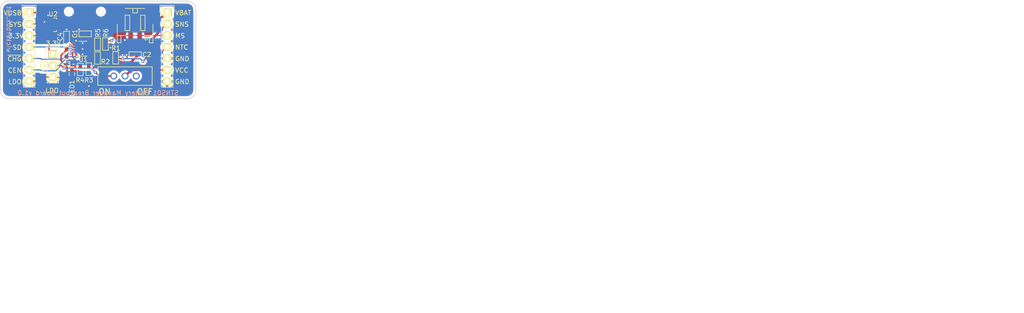
<source format=kicad_pcb>
(kicad_pcb (version 4) (host pcbnew 4.0.5-e0-6337~49~ubuntu16.04.1)

  (general
    (links 47)
    (no_connects 0)
    (area 104.572999 74.854999 178.510001 123.266201)
    (thickness 1.6)
    (drawings 29)
    (tracks 245)
    (zones 0)
    (modules 19)
    (nets 18)
  )

  (page USLetter)
  (title_block
    (title "STNS01 Battery Management Breakout Board")
    (date "20 Jul 2017")
    (rev 1.0)
    (company "CERN Open Hardware License v1.2")
    (comment 1 jenner@wickerbox.net)
    (comment 2 http://wickerbox.net)
    (comment 3 "Wickerbox Electronics")
  )

  (layers
    (0 F.Cu signal)
    (31 B.Cu signal)
    (34 B.Paste user)
    (35 F.Paste user)
    (36 B.SilkS user)
    (37 F.SilkS user)
    (38 B.Mask user)
    (39 F.Mask user)
    (40 Dwgs.User user)
    (44 Edge.Cuts user)
    (46 B.CrtYd user)
    (47 F.CrtYd user)
    (48 B.Fab user)
    (49 F.Fab user)
  )

  (setup
    (last_trace_width 0.254)
    (user_trace_width 0.1524)
    (user_trace_width 0.254)
    (user_trace_width 0.3302)
    (user_trace_width 0.508)
    (user_trace_width 0.762)
    (user_trace_width 1.27)
    (trace_clearance 0.1524)
    (zone_clearance 0.508)
    (zone_45_only no)
    (trace_min 0.1524)
    (segment_width 0.1524)
    (edge_width 0.1524)
    (via_size 0.6858)
    (via_drill 0.3302)
    (via_min_size 0.6858)
    (via_min_drill 0.3302)
    (user_via 0.6858 0.3302)
    (user_via 0.762 0.4064)
    (user_via 0.8636 0.508)
    (uvia_size 0.6858)
    (uvia_drill 0.3302)
    (uvias_allowed no)
    (uvia_min_size 0)
    (uvia_min_drill 0)
    (pcb_text_width 0.1524)
    (pcb_text_size 1.016 1.016)
    (mod_edge_width 0.1524)
    (mod_text_size 1.016 1.016)
    (mod_text_width 0.1524)
    (pad_size 0.83 1.19)
    (pad_drill 0)
    (pad_to_mask_clearance 0.0762)
    (solder_mask_min_width 0.1016)
    (pad_to_paste_clearance -0.0762)
    (aux_axis_origin 0 0)
    (visible_elements FFFEDF7D)
    (pcbplotparams
      (layerselection 0x310fc_80000001)
      (usegerberextensions true)
      (excludeedgelayer true)
      (linewidth 0.100000)
      (plotframeref false)
      (viasonmask false)
      (mode 1)
      (useauxorigin false)
      (hpglpennumber 1)
      (hpglpenspeed 20)
      (hpglpendiameter 15)
      (hpglpenoverlay 2)
      (psnegative false)
      (psa4output false)
      (plotreference true)
      (plotvalue true)
      (plotinvisibletext false)
      (padsonsilk false)
      (subtractmaskfromsilk false)
      (outputformat 1)
      (mirror false)
      (drillshape 0)
      (scaleselection 1)
      (outputdirectory gerbers))
  )

  (net 0 "")
  (net 1 VUSB)
  (net 2 GND)
  (net 3 VBAT)
  (net 4 /SYS)
  (net 5 /3.3V)
  (net 6 VCC)
  (net 7 /~BAT_CHG)
  (net 8 /BAT_MS)
  (net 9 /BAT_CEN)
  (net 10 /BAT_SD)
  (net 11 /BAT_NTC)
  (net 12 "Net-(LED1-Pad1)")
  (net 13 "Net-(R5-Pad1)")
  (net 14 /TRANS)
  (net 15 /LDO)
  (net 16 /BATSNS)
  (net 17 /ISET)

  (net_class Default "This is the default net class."
    (clearance 0.1524)
    (trace_width 0.254)
    (via_dia 0.6858)
    (via_drill 0.3302)
    (uvia_dia 0.6858)
    (uvia_drill 0.3302)
    (add_net /3.3V)
    (add_net /BATSNS)
    (add_net /BAT_CEN)
    (add_net /BAT_MS)
    (add_net /BAT_NTC)
    (add_net /BAT_SD)
    (add_net /ISET)
    (add_net /LDO)
    (add_net /SYS)
    (add_net /TRANS)
    (add_net /~BAT_CHG)
    (add_net GND)
    (add_net "Net-(LED1-Pad1)")
    (add_net "Net-(R5-Pad1)")
    (add_net VBAT)
    (add_net VCC)
    (add_net VUSB)
  )

  (module Wickerlib:CONN-HEADER-STRAIGHT-P2.54MM-1x07 (layer F.Cu) (tedit 59723373) (tstamp 5970D1C1)
    (at 28.8798 22.1234)
    (descr "Through hole pin header")
    (tags "pin header")
    (path /59711491)
    (fp_text reference J3 (at 0 9.75 90) (layer F.Fab)
      (effects (font (size 2.032 2.032) (thickness 0.254)))
    )
    (fp_text value "POWER PINS" (at 0 8.75 90) (layer F.Fab) hide
      (effects (font (size 1 1) (thickness 0.15)))
    )
    (fp_line (start -1.75 17) (end -1.75 -1.75) (layer F.Fab) (width 0.05))
    (fp_line (start 1.75 17) (end -1.75 17) (layer F.Fab) (width 0.05))
    (fp_line (start 1.75 -1.75) (end 1.75 17) (layer F.Fab) (width 0.05))
    (fp_line (start -1.75 -1.75) (end 1.75 -1.75) (layer F.Fab) (width 0.05))
    (fp_text user J5 (at 0 -2.75) (layer F.SilkS) hide
      (effects (font (size 1 1) (thickness 0.15)))
    )
    (fp_line (start -1.75 -1.75) (end -1.75 17) (layer F.CrtYd) (width 0.05))
    (fp_line (start 1.75 -1.75) (end 1.75 17) (layer F.CrtYd) (width 0.05))
    (fp_line (start -1.75 -1.75) (end 1.75 -1.75) (layer F.CrtYd) (width 0.05))
    (fp_line (start -1.75 17) (end 1.75 17) (layer F.CrtYd) (width 0.05))
    (fp_line (start 1.27 1.27) (end 1.27 16.51) (layer F.SilkS) (width 0.15))
    (fp_line (start 1.27 16.51) (end -1.27 16.51) (layer F.SilkS) (width 0.15))
    (fp_line (start -1.27 16.51) (end -1.27 1.27) (layer F.SilkS) (width 0.15))
    (fp_line (start 1.55 -1.55) (end 1.55 0) (layer F.SilkS) (width 0.15))
    (fp_line (start 1.27 1.27) (end -1.27 1.27) (layer F.SilkS) (width 0.15))
    (fp_line (start -1.55 0) (end -1.55 -1.55) (layer F.SilkS) (width 0.15))
    (fp_line (start -1.55 -1.55) (end 1.55 -1.55) (layer F.SilkS) (width 0.15))
    (pad 1 thru_hole rect (at 0 0) (size 2.032 1.7272) (drill 1.016) (layers *.Cu *.Mask F.SilkS)
      (net 1 VUSB))
    (pad 2 thru_hole oval (at 0 2.54) (size 2.032 1.7272) (drill 1.016) (layers *.Cu *.Mask F.SilkS)
      (net 4 /SYS))
    (pad 3 thru_hole oval (at 0 5.08) (size 2.032 1.7272) (drill 1.016) (layers *.Cu *.Mask F.SilkS)
      (net 5 /3.3V))
    (pad 4 thru_hole oval (at 0 7.62) (size 2.032 1.7272) (drill 1.016) (layers *.Cu *.Mask F.SilkS)
      (net 10 /BAT_SD))
    (pad 5 thru_hole oval (at 0 10.16) (size 2.032 1.7272) (drill 1.016) (layers *.Cu *.Mask F.SilkS)
      (net 7 /~BAT_CHG))
    (pad 6 thru_hole oval (at 0 12.7) (size 2.032 1.7272) (drill 1.016) (layers *.Cu *.Mask F.SilkS)
      (net 9 /BAT_CEN))
    (pad 7 thru_hole oval (at 0 15.24) (size 2.032 1.7272) (drill 1.016) (layers *.Cu *.Mask F.SilkS)
      (net 15 /LDO))
  )

  (module Wickerlib:CONN-USB-MICRO-B-AMPHENOL-10118193-0001LF (layer F.Cu) (tedit 59723378) (tstamp 5970D1AE)
    (at 41.2043 21.9179 180)
    (descr "Micro USB Type B 10103594-0001LF")
    (tags "USB USB_B USB_micro USB_OTG")
    (path /58F8E271)
    (attr smd)
    (fp_text reference J1 (at 0 -1.25 180) (layer F.Fab)
      (effects (font (size 2.032 2.032) (thickness 0.254)))
    )
    (fp_text value "MICRO USB" (at -0.25 0.25 180) (layer F.Fab) hide
      (effects (font (size 1 1) (thickness 0.15)))
    )
    (fp_text user %R (at 4 -4.75 180) (layer F.SilkS) hide
      (effects (font (size 1 1) (thickness 0.15)))
    )
    (fp_line (start -5 1.5) (end -5 -3.75) (layer F.Fab) (width 0.05))
    (fp_line (start 5 1.5) (end -5 1.5) (layer F.Fab) (width 0.05))
    (fp_line (start 5 -3.75) (end 5 1.5) (layer F.Fab) (width 0.05))
    (fp_line (start -5 -3.75) (end 5 -3.75) (layer F.Fab) (width 0.05))
    (fp_line (start 5.0546 1.524) (end -5.08 1.524) (layer F.CrtYd) (width 0.05))
    (fp_line (start -5.08 -3.8608) (end -5.08 1.524) (layer F.CrtYd) (width 0.05))
    (fp_line (start 5.08 -3.8608) (end 5.08 1.524) (layer F.CrtYd) (width 0.05))
    (fp_line (start 5.08 -3.8862) (end -5.0546 -3.8862) (layer F.CrtYd) (width 0.05))
    (pad 1 smd rect (at -1.3 -2.675 270) (size 1.35 0.4) (layers F.Cu F.Paste F.Mask)
      (net 1 VUSB))
    (pad 2 smd rect (at -0.65 -2.675 270) (size 1.35 0.4) (layers F.Cu F.Paste F.Mask))
    (pad 3 smd rect (at -0.0009 -2.675 270) (size 1.35 0.4) (layers F.Cu F.Paste F.Mask))
    (pad 4 smd rect (at 0.65 -2.675 270) (size 1.35 0.4) (layers F.Cu F.Paste F.Mask))
    (pad 5 smd rect (at 1.3 -2.675 270) (size 1.35 0.4) (layers F.Cu F.Paste F.Mask)
      (net 2 GND))
    (pad 6 smd rect (at -3.2 -2.45 270) (size 1.4 1.6) (layers F.Cu F.Paste F.Mask))
    (pad 6 thru_hole circle (at -3.55 0 270) (size 1.2 1.2) (drill 1.2) (layers *.Cu *.Mask F.SilkS))
    (pad 6 smd rect (at -1.2 0 270) (size 1.9 1.9) (layers F.Cu F.Paste F.Mask))
    (pad 6 smd rect (at 1.2 0 270) (size 1.9 1.9) (layers F.Cu F.Paste F.Mask))
    (pad 6 smd rect (at 3.2 -2.45 270) (size 1.4 1.6) (layers F.Cu F.Paste F.Mask))
    (pad 6 thru_hole circle (at 3.55 0 270) (size 1.2 1.2) (drill 1.2) (layers *.Cu *.Mask F.SilkS))
  )

  (module Wickerlib:RLC-0603-SMD (layer F.Cu) (tedit 579029AB) (tstamp 5970D18D)
    (at 41.2242 26.8478 180)
    (descr "Capacitor SMD RLC-0603-SMD, reflow soldering, AVX (see smccp.pdf)")
    (tags "capacitor RLC-0603-SMD")
    (path /59019D51)
    (attr smd)
    (fp_text reference C1 (at 0.09 0.04 180) (layer F.Fab)
      (effects (font (size 0.8 0.8) (thickness 0.15)))
    )
    (fp_text value 2.2uF (at 0 1.9 180) (layer F.Fab) hide
      (effects (font (size 1 1) (thickness 0.15)))
    )
    (fp_line (start -1.397 -0.635) (end -1.397 0.635) (layer F.SilkS) (width 0.1524))
    (fp_line (start 1.3335 -0.635) (end 1.3335 0.635) (layer F.SilkS) (width 0.1524))
    (fp_text user %R (at 2.21996 0.04318 450) (layer F.SilkS)
      (effects (font (size 1 1) (thickness 0.15)))
    )
    (fp_line (start -1.45 -0.75) (end 1.45 -0.75) (layer F.Fab) (width 0.05))
    (fp_line (start -1.45 0.75) (end 1.45 0.75) (layer F.CrtYd) (width 0.05))
    (fp_line (start -1.45 -0.75) (end -1.45 0.75) (layer F.CrtYd) (width 0.05))
    (fp_line (start 1.45 -0.75) (end 1.45 0.75) (layer F.CrtYd) (width 0.05))
    (fp_line (start -1.397 -0.635) (end 1.3335 -0.635) (layer F.SilkS) (width 0.15))
    (fp_line (start 1.3335 0.635) (end -1.397 0.635) (layer F.SilkS) (width 0.15))
    (fp_line (start -1.45 -0.75) (end 1.45 -0.75) (layer F.CrtYd) (width 0.05))
    (fp_line (start -1.45 -0.75) (end -1.45 0.75) (layer F.Fab) (width 0.05))
    (fp_line (start 1.45 -0.75) (end 1.45 0.75) (layer F.Fab) (width 0.05))
    (fp_line (start -1.45 0.75) (end 1.45 0.75) (layer F.Fab) (width 0.05))
    (pad 1 smd rect (at -0.75 0 180) (size 0.8 0.75) (layers F.Cu F.Paste F.Mask)
      (net 1 VUSB))
    (pad 2 smd rect (at 0.75 0 180) (size 0.8 0.75) (layers F.Cu F.Paste F.Mask)
      (net 2 GND))
  )

  (module Wickerlib:RLC-0603-SMD (layer F.Cu) (tedit 579029AB) (tstamp 5970D193)
    (at 52.2866 31.4706 180)
    (descr "Capacitor SMD RLC-0603-SMD, reflow soldering, AVX (see smccp.pdf)")
    (tags "capacitor RLC-0603-SMD")
    (path /5902BCEC)
    (attr smd)
    (fp_text reference C2 (at 0.09 0.04 180) (layer F.Fab)
      (effects (font (size 0.8 0.8) (thickness 0.15)))
    )
    (fp_text value 4.7uF (at 0 1.9 180) (layer F.Fab) hide
      (effects (font (size 1 1) (thickness 0.15)))
    )
    (fp_line (start -1.397 -0.635) (end -1.397 0.635) (layer F.SilkS) (width 0.1524))
    (fp_line (start 1.3335 -0.635) (end 1.3335 0.635) (layer F.SilkS) (width 0.1524))
    (fp_text user %R (at -2.59518 0.0254 180) (layer F.SilkS)
      (effects (font (size 1 1) (thickness 0.15)))
    )
    (fp_line (start -1.45 -0.75) (end 1.45 -0.75) (layer F.Fab) (width 0.05))
    (fp_line (start -1.45 0.75) (end 1.45 0.75) (layer F.CrtYd) (width 0.05))
    (fp_line (start -1.45 -0.75) (end -1.45 0.75) (layer F.CrtYd) (width 0.05))
    (fp_line (start 1.45 -0.75) (end 1.45 0.75) (layer F.CrtYd) (width 0.05))
    (fp_line (start -1.397 -0.635) (end 1.3335 -0.635) (layer F.SilkS) (width 0.15))
    (fp_line (start 1.3335 0.635) (end -1.397 0.635) (layer F.SilkS) (width 0.15))
    (fp_line (start -1.45 -0.75) (end 1.45 -0.75) (layer F.CrtYd) (width 0.05))
    (fp_line (start -1.45 -0.75) (end -1.45 0.75) (layer F.Fab) (width 0.05))
    (fp_line (start 1.45 -0.75) (end 1.45 0.75) (layer F.Fab) (width 0.05))
    (fp_line (start -1.45 0.75) (end 1.45 0.75) (layer F.Fab) (width 0.05))
    (pad 1 smd rect (at -0.75 0 180) (size 0.8 0.75) (layers F.Cu F.Paste F.Mask)
      (net 3 VBAT))
    (pad 2 smd rect (at 0.75 0 180) (size 0.8 0.75) (layers F.Cu F.Paste F.Mask)
      (net 2 GND))
  )

  (module Wickerlib:RLC-0603-SMD (layer F.Cu) (tedit 579029AB) (tstamp 5970D199)
    (at 37.15258 31.09214 270)
    (descr "Capacitor SMD RLC-0603-SMD, reflow soldering, AVX (see smccp.pdf)")
    (tags "capacitor RLC-0603-SMD")
    (path /5902397B)
    (attr smd)
    (fp_text reference C3 (at 0.09 0.04 270) (layer F.Fab)
      (effects (font (size 0.8 0.8) (thickness 0.15)))
    )
    (fp_text value 2.2uF (at 0 1.9 270) (layer F.Fab) hide
      (effects (font (size 1 1) (thickness 0.15)))
    )
    (fp_line (start -1.397 -0.635) (end -1.397 0.635) (layer F.SilkS) (width 0.1524))
    (fp_line (start 1.3335 -0.635) (end 1.3335 0.635) (layer F.SilkS) (width 0.1524))
    (fp_text user %R (at 2.46126 0 360) (layer F.SilkS)
      (effects (font (size 1 1) (thickness 0.15)))
    )
    (fp_line (start -1.45 -0.75) (end 1.45 -0.75) (layer F.Fab) (width 0.05))
    (fp_line (start -1.45 0.75) (end 1.45 0.75) (layer F.CrtYd) (width 0.05))
    (fp_line (start -1.45 -0.75) (end -1.45 0.75) (layer F.CrtYd) (width 0.05))
    (fp_line (start 1.45 -0.75) (end 1.45 0.75) (layer F.CrtYd) (width 0.05))
    (fp_line (start -1.397 -0.635) (end 1.3335 -0.635) (layer F.SilkS) (width 0.15))
    (fp_line (start 1.3335 0.635) (end -1.397 0.635) (layer F.SilkS) (width 0.15))
    (fp_line (start -1.45 -0.75) (end 1.45 -0.75) (layer F.CrtYd) (width 0.05))
    (fp_line (start -1.45 -0.75) (end -1.45 0.75) (layer F.Fab) (width 0.05))
    (fp_line (start 1.45 -0.75) (end 1.45 0.75) (layer F.Fab) (width 0.05))
    (fp_line (start -1.45 0.75) (end 1.45 0.75) (layer F.Fab) (width 0.05))
    (pad 1 smd rect (at -0.75 0 270) (size 0.8 0.75) (layers F.Cu F.Paste F.Mask)
      (net 15 /LDO))
    (pad 2 smd rect (at 0.75 0 270) (size 0.8 0.75) (layers F.Cu F.Paste F.Mask)
      (net 2 GND))
  )

  (module Wickerlib:RLC-0603-SMD (layer F.Cu) (tedit 579029AB) (tstamp 5970D19F)
    (at 37.15258 27.61164 90)
    (descr "Capacitor SMD RLC-0603-SMD, reflow soldering, AVX (see smccp.pdf)")
    (tags "capacitor RLC-0603-SMD")
    (path /5902384A)
    (attr smd)
    (fp_text reference C4 (at 0.09 0.04 90) (layer F.Fab)
      (effects (font (size 0.8 0.8) (thickness 0.15)))
    )
    (fp_text value 2.2uF (at 0 1.9 90) (layer F.Fab) hide
      (effects (font (size 1 1) (thickness 0.15)))
    )
    (fp_line (start -1.397 -0.635) (end -1.397 0.635) (layer F.SilkS) (width 0.1524))
    (fp_line (start 1.3335 -0.635) (end 1.3335 0.635) (layer F.SilkS) (width 0.1524))
    (fp_text user %R (at 0.15424 -1.41478 270) (layer F.SilkS)
      (effects (font (size 1 1) (thickness 0.15)))
    )
    (fp_line (start -1.45 -0.75) (end 1.45 -0.75) (layer F.Fab) (width 0.05))
    (fp_line (start -1.45 0.75) (end 1.45 0.75) (layer F.CrtYd) (width 0.05))
    (fp_line (start -1.45 -0.75) (end -1.45 0.75) (layer F.CrtYd) (width 0.05))
    (fp_line (start 1.45 -0.75) (end 1.45 0.75) (layer F.CrtYd) (width 0.05))
    (fp_line (start -1.397 -0.635) (end 1.3335 -0.635) (layer F.SilkS) (width 0.15))
    (fp_line (start 1.3335 0.635) (end -1.397 0.635) (layer F.SilkS) (width 0.15))
    (fp_line (start -1.45 -0.75) (end 1.45 -0.75) (layer F.CrtYd) (width 0.05))
    (fp_line (start -1.45 -0.75) (end -1.45 0.75) (layer F.Fab) (width 0.05))
    (fp_line (start 1.45 -0.75) (end 1.45 0.75) (layer F.Fab) (width 0.05))
    (fp_line (start -1.45 0.75) (end 1.45 0.75) (layer F.Fab) (width 0.05))
    (pad 1 smd rect (at -0.75 0 90) (size 0.8 0.75) (layers F.Cu F.Paste F.Mask)
      (net 4 /SYS))
    (pad 2 smd rect (at 0.75 0 90) (size 0.8 0.75) (layers F.Cu F.Paste F.Mask)
      (net 2 GND))
  )

  (module Wickerlib:CONN-JST-S2B-PH-SM4-TB (layer F.Cu) (tedit 5972337E) (tstamp 5970D1B6)
    (at 52.2953 25.4444 180)
    (descr "JST PH series connector, S2B-PH-SM4-TB")
    (tags "connector jst ph")
    (path /59020874)
    (attr smd)
    (fp_text reference J2 (at 0 0.25 180) (layer F.Fab)
      (effects (font (size 2.032 2.032) (thickness 0.254)))
    )
    (fp_text value PH (at 0 5.725 180) (layer F.Fab) hide
      (effects (font (size 1 1) (thickness 0.15)))
    )
    (fp_text user %R (at -0.25 -6 180) (layer F.SilkS) hide
      (effects (font (size 1 1) (thickness 0.15)))
    )
    (fp_line (start -4.75 5) (end -4.75 -5) (layer F.Fab) (width 0.0508))
    (fp_line (start 4.75 5) (end -4.75 5) (layer F.Fab) (width 0.0508))
    (fp_line (start 4.75 -5) (end 4.75 5) (layer F.Fab) (width 0.0508))
    (fp_line (start -4.75 -5) (end 4.75 -5) (layer F.Fab) (width 0.0508))
    (fp_circle (center -2.4 -2.525) (end -2.15 -2.525) (layer F.SilkS) (width 0.15))
    (fp_line (start -0.5 4.225) (end -0.5 3.225) (layer F.SilkS) (width 0.15))
    (fp_line (start -0.5 3.225) (end 0.5 3.225) (layer F.SilkS) (width 0.15))
    (fp_line (start 0.5 3.225) (end 0.5 4.225) (layer F.SilkS) (width 0.15))
    (fp_line (start -1.9 -1.775) (end -3.15 -1.775) (layer F.SilkS) (width 0.15))
    (fp_line (start -3.15 -1.775) (end -3.15 -3.375) (layer F.SilkS) (width 0.15))
    (fp_line (start -3.15 -3.375) (end -3.95 -3.375) (layer F.SilkS) (width 0.15))
    (fp_line (start -3.95 -3.375) (end -3.95 0.725) (layer F.SilkS) (width 0.15))
    (fp_line (start -3.15 -1.775) (end -3.95 -1.775) (layer F.SilkS) (width 0.15))
    (fp_line (start 1.9 -1.775) (end 3.15 -1.775) (layer F.SilkS) (width 0.15))
    (fp_line (start 3.15 -1.775) (end 3.15 -3.375) (layer F.SilkS) (width 0.15))
    (fp_line (start 3.15 -3.375) (end 3.95 -3.375) (layer F.SilkS) (width 0.15))
    (fp_line (start 3.95 -3.375) (end 3.95 0.725) (layer F.SilkS) (width 0.15))
    (fp_line (start 3.15 -1.775) (end 3.95 -1.775) (layer F.SilkS) (width 0.15))
    (fp_line (start -2.2 4.225) (end 2.2 4.225) (layer F.SilkS) (width 0.15))
    (fp_line (start -2.2 -0.675) (end -2.2 2.725) (layer F.SilkS) (width 0.15))
    (fp_line (start -2.2 2.725) (end -1.2 2.725) (layer F.SilkS) (width 0.15))
    (fp_line (start -1.2 2.725) (end -1.2 -0.675) (layer F.SilkS) (width 0.15))
    (fp_line (start -1.2 -0.675) (end -2.2 -0.675) (layer F.SilkS) (width 0.15))
    (fp_line (start 2.2 -0.675) (end 2.2 2.725) (layer F.SilkS) (width 0.15))
    (fp_line (start 2.2 2.725) (end 1.2 2.725) (layer F.SilkS) (width 0.15))
    (fp_line (start 1.2 2.725) (end 1.2 -0.675) (layer F.SilkS) (width 0.15))
    (fp_line (start 1.2 -0.675) (end 2.2 -0.675) (layer F.SilkS) (width 0.15))
    (fp_line (start -0.1 -1.775) (end 0.1 -1.775) (layer F.SilkS) (width 0.15))
    (fp_line (start -4.7 5) (end -4.7 -5.05) (layer F.CrtYd) (width 0.05))
    (fp_line (start 4.7 -5.05) (end 4.7 5) (layer F.CrtYd) (width 0.05))
    (fp_line (start 4.7 5) (end -4.7 5) (layer F.CrtYd) (width 0.05))
    (fp_line (start -4.7 -5.05) (end 4.7 -5.05) (layer F.CrtYd) (width 0.05))
    (pad 1 smd rect (at -1 -2.775 180) (size 1 3.5) (layers F.Cu F.Paste F.Mask)
      (net 3 VBAT))
    (pad 2 smd rect (at 1 -2.775 180) (size 1 3.5) (layers F.Cu F.Paste F.Mask)
      (net 2 GND))
    (pad "" smd rect (at -3.4 2.775 180) (size 1.6 3.4) (layers F.Cu F.Paste F.Mask))
    (pad "" smd rect (at 3.4 2.775 180) (size 1.6 3.4) (layers F.Cu F.Paste F.Mask))
  )

  (module Wickerlib:CONN-HEADER-STRAIGHT-P2.54MM-1x07 (layer F.Cu) (tedit 5972336F) (tstamp 5970D1CC)
    (at 59.3598 22.1234)
    (descr "Through hole pin header")
    (tags "pin header")
    (path /59711375)
    (fp_text reference J4 (at 0 9.75 90) (layer F.Fab)
      (effects (font (size 2.032 2.032) (thickness 0.254)))
    )
    (fp_text value "CONTROL PINS" (at 0 8.75 90) (layer F.Fab) hide
      (effects (font (size 1 1) (thickness 0.15)))
    )
    (fp_line (start -1.75 17) (end -1.75 -1.75) (layer F.Fab) (width 0.05))
    (fp_line (start 1.75 17) (end -1.75 17) (layer F.Fab) (width 0.05))
    (fp_line (start 1.75 -1.75) (end 1.75 17) (layer F.Fab) (width 0.05))
    (fp_line (start -1.75 -1.75) (end 1.75 -1.75) (layer F.Fab) (width 0.05))
    (fp_text user J4 (at 0 -2.75) (layer F.SilkS) hide
      (effects (font (size 1 1) (thickness 0.15)))
    )
    (fp_line (start -1.75 -1.75) (end -1.75 17) (layer F.CrtYd) (width 0.05))
    (fp_line (start 1.75 -1.75) (end 1.75 17) (layer F.CrtYd) (width 0.05))
    (fp_line (start -1.75 -1.75) (end 1.75 -1.75) (layer F.CrtYd) (width 0.05))
    (fp_line (start -1.75 17) (end 1.75 17) (layer F.CrtYd) (width 0.05))
    (fp_line (start 1.27 1.27) (end 1.27 16.51) (layer F.SilkS) (width 0.15))
    (fp_line (start 1.27 16.51) (end -1.27 16.51) (layer F.SilkS) (width 0.15))
    (fp_line (start -1.27 16.51) (end -1.27 1.27) (layer F.SilkS) (width 0.15))
    (fp_line (start 1.55 -1.55) (end 1.55 0) (layer F.SilkS) (width 0.15))
    (fp_line (start 1.27 1.27) (end -1.27 1.27) (layer F.SilkS) (width 0.15))
    (fp_line (start -1.55 0) (end -1.55 -1.55) (layer F.SilkS) (width 0.15))
    (fp_line (start -1.55 -1.55) (end 1.55 -1.55) (layer F.SilkS) (width 0.15))
    (pad 1 thru_hole rect (at 0 0) (size 2.032 1.7272) (drill 1.016) (layers *.Cu *.Mask F.SilkS)
      (net 3 VBAT))
    (pad 2 thru_hole oval (at 0 2.54) (size 2.032 1.7272) (drill 1.016) (layers *.Cu *.Mask F.SilkS)
      (net 16 /BATSNS))
    (pad 3 thru_hole oval (at 0 5.08) (size 2.032 1.7272) (drill 1.016) (layers *.Cu *.Mask F.SilkS)
      (net 8 /BAT_MS))
    (pad 4 thru_hole oval (at 0 7.62) (size 2.032 1.7272) (drill 1.016) (layers *.Cu *.Mask F.SilkS)
      (net 11 /BAT_NTC))
    (pad 5 thru_hole oval (at 0 10.16) (size 2.032 1.7272) (drill 1.016) (layers *.Cu *.Mask F.SilkS)
      (net 2 GND))
    (pad 6 thru_hole oval (at 0 12.7) (size 2.032 1.7272) (drill 1.016) (layers *.Cu *.Mask F.SilkS)
      (net 6 VCC))
    (pad 7 thru_hole oval (at 0 15.24) (size 2.032 1.7272) (drill 1.016) (layers *.Cu *.Mask F.SilkS)
      (net 2 GND))
  )

  (module Wickerlib:LED-0603-SMD (layer F.Cu) (tedit 57903B26) (tstamp 5970D1D2)
    (at 38.3286 35.7378 270)
    (descr "Capacitor SMD 0603, reflow soldering, AVX (see smccp.pdf)")
    (tags "capacitor 0603")
    (path /590C1C3B)
    (attr smd)
    (fp_text reference LED1 (at 0.09 0.04 270) (layer F.Fab)
      (effects (font (size 0.8 0.8) (thickness 0.15)))
    )
    (fp_text value RED (at 0 1.9 270) (layer F.Fab) hide
      (effects (font (size 1 1) (thickness 0.15)))
    )
    (fp_line (start -1.524 0.762) (end -1.524 -0.762) (layer F.SilkS) (width 0.05))
    (fp_line (start -2.032 -0.762) (end -2.032 0.762) (layer F.Fab) (width 0.05))
    (fp_text user %R (at 3.1496 -0.0127 450) (layer F.SilkS)
      (effects (font (size 1 1) (thickness 0.15)))
    )
    (fp_line (start -1.778 -0.762) (end 2.032 -0.762) (layer F.Fab) (width 0.05))
    (fp_line (start -1.45 0.75) (end 1.45 0.75) (layer F.CrtYd) (width 0.05))
    (fp_line (start -1.45 -0.75) (end -1.45 0.75) (layer F.CrtYd) (width 0.05))
    (fp_line (start 1.45 -0.75) (end 1.45 0.75) (layer F.CrtYd) (width 0.05))
    (fp_line (start -0.35 -0.6) (end 0.35 -0.6) (layer F.SilkS) (width 0.15))
    (fp_line (start 0.35 0.6) (end -0.35 0.6) (layer F.SilkS) (width 0.15))
    (fp_line (start -1.45 -0.75) (end 1.45 -0.762) (layer F.CrtYd) (width 0.05))
    (fp_line (start -1.778 -0.75) (end -1.778 0.75) (layer F.Fab) (width 0.05))
    (fp_line (start 2.032 -0.75) (end 2.032 0.75) (layer F.Fab) (width 0.05))
    (fp_line (start -1.778 0.762) (end 2.032 0.762) (layer F.Fab) (width 0.05))
    (pad 1 smd rect (at -0.75 0 270) (size 0.8 0.75) (layers F.Cu F.Paste F.Mask)
      (net 12 "Net-(LED1-Pad1)"))
    (pad 2 smd rect (at 0.75 0 270) (size 0.8 0.75) (layers F.Cu F.Paste F.Mask)
      (net 15 /LDO))
  )

  (module Wickerlib:RLC-0603-SMD (layer F.Cu) (tedit 579029AB) (tstamp 5970D1D8)
    (at 48.00092 32.17234 270)
    (descr "Capacitor SMD RLC-0603-SMD, reflow soldering, AVX (see smccp.pdf)")
    (tags "capacitor RLC-0603-SMD")
    (path /5902D3A1)
    (attr smd)
    (fp_text reference R1 (at 0.09 0.04 270) (layer F.Fab)
      (effects (font (size 0.8 0.8) (thickness 0.15)))
    )
    (fp_text value "0 ohm" (at 0 1.9 270) (layer F.Fab) hide
      (effects (font (size 1 1) (thickness 0.15)))
    )
    (fp_line (start -1.397 -0.635) (end -1.397 0.635) (layer F.SilkS) (width 0.1524))
    (fp_line (start 1.3335 -0.635) (end 1.3335 0.635) (layer F.SilkS) (width 0.1524))
    (fp_text user %R (at -2.17494 -0.05588 360) (layer F.SilkS)
      (effects (font (size 1 1) (thickness 0.15)))
    )
    (fp_line (start -1.45 -0.75) (end 1.45 -0.75) (layer F.Fab) (width 0.05))
    (fp_line (start -1.45 0.75) (end 1.45 0.75) (layer F.CrtYd) (width 0.05))
    (fp_line (start -1.45 -0.75) (end -1.45 0.75) (layer F.CrtYd) (width 0.05))
    (fp_line (start 1.45 -0.75) (end 1.45 0.75) (layer F.CrtYd) (width 0.05))
    (fp_line (start -1.397 -0.635) (end 1.3335 -0.635) (layer F.SilkS) (width 0.15))
    (fp_line (start 1.3335 0.635) (end -1.397 0.635) (layer F.SilkS) (width 0.15))
    (fp_line (start -1.45 -0.75) (end 1.45 -0.75) (layer F.CrtYd) (width 0.05))
    (fp_line (start -1.45 -0.75) (end -1.45 0.75) (layer F.Fab) (width 0.05))
    (fp_line (start 1.45 -0.75) (end 1.45 0.75) (layer F.Fab) (width 0.05))
    (fp_line (start -1.45 0.75) (end 1.45 0.75) (layer F.Fab) (width 0.05))
    (pad 1 smd rect (at -0.75 0 270) (size 0.8 0.75) (layers F.Cu F.Paste F.Mask)
      (net 16 /BATSNS))
    (pad 2 smd rect (at 0.75 0 270) (size 0.8 0.75) (layers F.Cu F.Paste F.Mask)
      (net 3 VBAT))
  )

  (module Wickerlib:RLC-0603-SMD (layer F.Cu) (tedit 579029AB) (tstamp 5970D1DE)
    (at 43.99534 32.2079 270)
    (descr "Capacitor SMD RLC-0603-SMD, reflow soldering, AVX (see smccp.pdf)")
    (tags "capacitor RLC-0603-SMD")
    (path /5901FA6E)
    (attr smd)
    (fp_text reference R2 (at 0.09 0.04 270) (layer F.Fab)
      (effects (font (size 0.8 0.8) (thickness 0.15)))
    )
    (fp_text value 10K (at 0 1.9 270) (layer F.Fab) hide
      (effects (font (size 1 1) (thickness 0.15)))
    )
    (fp_line (start -1.397 -0.635) (end -1.397 0.635) (layer F.SilkS) (width 0.1524))
    (fp_line (start 1.3335 -0.635) (end 1.3335 0.635) (layer F.SilkS) (width 0.1524))
    (fp_text user %R (at 0.80448 -1.74244 360) (layer F.SilkS)
      (effects (font (size 1 1) (thickness 0.15)))
    )
    (fp_line (start -1.45 -0.75) (end 1.45 -0.75) (layer F.Fab) (width 0.05))
    (fp_line (start -1.45 0.75) (end 1.45 0.75) (layer F.CrtYd) (width 0.05))
    (fp_line (start -1.45 -0.75) (end -1.45 0.75) (layer F.CrtYd) (width 0.05))
    (fp_line (start 1.45 -0.75) (end 1.45 0.75) (layer F.CrtYd) (width 0.05))
    (fp_line (start -1.397 -0.635) (end 1.3335 -0.635) (layer F.SilkS) (width 0.15))
    (fp_line (start 1.3335 0.635) (end -1.397 0.635) (layer F.SilkS) (width 0.15))
    (fp_line (start -1.45 -0.75) (end 1.45 -0.75) (layer F.CrtYd) (width 0.05))
    (fp_line (start -1.45 -0.75) (end -1.45 0.75) (layer F.Fab) (width 0.05))
    (fp_line (start 1.45 -0.75) (end 1.45 0.75) (layer F.Fab) (width 0.05))
    (fp_line (start -1.45 0.75) (end 1.45 0.75) (layer F.Fab) (width 0.05))
    (pad 1 smd rect (at -0.75 0 270) (size 0.8 0.75) (layers F.Cu F.Paste F.Mask)
      (net 17 /ISET))
    (pad 2 smd rect (at 0.75 0 270) (size 0.8 0.75) (layers F.Cu F.Paste F.Mask)
      (net 2 GND))
  )

  (module Wickerlib:RLC-0603-SMD (layer F.Cu) (tedit 579029AB) (tstamp 5970D1E4)
    (at 42.05732 34.68046 270)
    (descr "Capacitor SMD RLC-0603-SMD, reflow soldering, AVX (see smccp.pdf)")
    (tags "capacitor RLC-0603-SMD")
    (path /59715C0B)
    (attr smd)
    (fp_text reference R3 (at 0.09 0.04 270) (layer F.Fab)
      (effects (font (size 0.8 0.8) (thickness 0.15)))
    )
    (fp_text value "NTC 10K" (at 0 1.9 270) (layer F.Fab) hide
      (effects (font (size 1 1) (thickness 0.15)))
    )
    (fp_line (start -1.397 -0.635) (end -1.397 0.635) (layer F.SilkS) (width 0.1524))
    (fp_line (start 1.3335 -0.635) (end 1.3335 0.635) (layer F.SilkS) (width 0.1524))
    (fp_text user %R (at 2.3996 -0.02286 360) (layer F.SilkS)
      (effects (font (size 1 1) (thickness 0.15)))
    )
    (fp_line (start -1.45 -0.75) (end 1.45 -0.75) (layer F.Fab) (width 0.05))
    (fp_line (start -1.45 0.75) (end 1.45 0.75) (layer F.CrtYd) (width 0.05))
    (fp_line (start -1.45 -0.75) (end -1.45 0.75) (layer F.CrtYd) (width 0.05))
    (fp_line (start 1.45 -0.75) (end 1.45 0.75) (layer F.CrtYd) (width 0.05))
    (fp_line (start -1.397 -0.635) (end 1.3335 -0.635) (layer F.SilkS) (width 0.15))
    (fp_line (start 1.3335 0.635) (end -1.397 0.635) (layer F.SilkS) (width 0.15))
    (fp_line (start -1.45 -0.75) (end 1.45 -0.75) (layer F.CrtYd) (width 0.05))
    (fp_line (start -1.45 -0.75) (end -1.45 0.75) (layer F.Fab) (width 0.05))
    (fp_line (start 1.45 -0.75) (end 1.45 0.75) (layer F.Fab) (width 0.05))
    (fp_line (start -1.45 0.75) (end 1.45 0.75) (layer F.Fab) (width 0.05))
    (pad 1 smd rect (at -0.75 0 270) (size 0.8 0.75) (layers F.Cu F.Paste F.Mask)
      (net 11 /BAT_NTC))
    (pad 2 smd rect (at 0.75 0 270) (size 0.8 0.75) (layers F.Cu F.Paste F.Mask)
      (net 2 GND))
  )

  (module Wickerlib:RLC-0603-SMD (layer F.Cu) (tedit 579029AB) (tstamp 5970D1EA)
    (at 40.1828 34.6964 90)
    (descr "Capacitor SMD RLC-0603-SMD, reflow soldering, AVX (see smccp.pdf)")
    (tags "capacitor RLC-0603-SMD")
    (path /590BE2D1)
    (attr smd)
    (fp_text reference R4 (at 0.09 0.04 90) (layer F.Fab)
      (effects (font (size 0.8 0.8) (thickness 0.15)))
    )
    (fp_text value 604 (at 0 1.9 90) (layer F.Fab) hide
      (effects (font (size 1 1) (thickness 0.15)))
    )
    (fp_line (start -1.397 -0.635) (end -1.397 0.635) (layer F.SilkS) (width 0.1524))
    (fp_line (start 1.3335 -0.635) (end 1.3335 0.635) (layer F.SilkS) (width 0.1524))
    (fp_text user %R (at -2.38366 -0.0254 180) (layer F.SilkS)
      (effects (font (size 1 1) (thickness 0.15)))
    )
    (fp_line (start -1.45 -0.75) (end 1.45 -0.75) (layer F.Fab) (width 0.05))
    (fp_line (start -1.45 0.75) (end 1.45 0.75) (layer F.CrtYd) (width 0.05))
    (fp_line (start -1.45 -0.75) (end -1.45 0.75) (layer F.CrtYd) (width 0.05))
    (fp_line (start 1.45 -0.75) (end 1.45 0.75) (layer F.CrtYd) (width 0.05))
    (fp_line (start -1.397 -0.635) (end 1.3335 -0.635) (layer F.SilkS) (width 0.15))
    (fp_line (start 1.3335 0.635) (end -1.397 0.635) (layer F.SilkS) (width 0.15))
    (fp_line (start -1.45 -0.75) (end 1.45 -0.75) (layer F.CrtYd) (width 0.05))
    (fp_line (start -1.45 -0.75) (end -1.45 0.75) (layer F.Fab) (width 0.05))
    (fp_line (start 1.45 -0.75) (end 1.45 0.75) (layer F.Fab) (width 0.05))
    (fp_line (start -1.45 0.75) (end 1.45 0.75) (layer F.Fab) (width 0.05))
    (pad 1 smd rect (at -0.75 0 90) (size 0.8 0.75) (layers F.Cu F.Paste F.Mask)
      (net 12 "Net-(LED1-Pad1)"))
    (pad 2 smd rect (at 0.75 0 90) (size 0.8 0.75) (layers F.Cu F.Paste F.Mask)
      (net 7 /~BAT_CHG))
  )

  (module Wickerlib:RLC-0603-SMD (layer F.Cu) (tedit 579029AB) (tstamp 5970D1F0)
    (at 43.99534 29.10008 90)
    (descr "Capacitor SMD RLC-0603-SMD, reflow soldering, AVX (see smccp.pdf)")
    (tags "capacitor RLC-0603-SMD")
    (path /5904AECA)
    (attr smd)
    (fp_text reference R5 (at 0.09 0.04 90) (layer F.Fab)
      (effects (font (size 0.8 0.8) (thickness 0.15)))
    )
    (fp_text value 10K (at 0 1.9 90) (layer F.Fab) hide
      (effects (font (size 1 1) (thickness 0.15)))
    )
    (fp_line (start -1.397 -0.635) (end -1.397 0.635) (layer F.SilkS) (width 0.1524))
    (fp_line (start 1.3335 -0.635) (end 1.3335 0.635) (layer F.SilkS) (width 0.1524))
    (fp_text user %R (at 2.47072 0.08128 270) (layer F.SilkS)
      (effects (font (size 1 1) (thickness 0.15)))
    )
    (fp_line (start -1.45 -0.75) (end 1.45 -0.75) (layer F.Fab) (width 0.05))
    (fp_line (start -1.45 0.75) (end 1.45 0.75) (layer F.CrtYd) (width 0.05))
    (fp_line (start -1.45 -0.75) (end -1.45 0.75) (layer F.CrtYd) (width 0.05))
    (fp_line (start 1.45 -0.75) (end 1.45 0.75) (layer F.CrtYd) (width 0.05))
    (fp_line (start -1.397 -0.635) (end 1.3335 -0.635) (layer F.SilkS) (width 0.15))
    (fp_line (start 1.3335 0.635) (end -1.397 0.635) (layer F.SilkS) (width 0.15))
    (fp_line (start -1.45 -0.75) (end 1.45 -0.75) (layer F.CrtYd) (width 0.05))
    (fp_line (start -1.45 -0.75) (end -1.45 0.75) (layer F.Fab) (width 0.05))
    (fp_line (start 1.45 -0.75) (end 1.45 0.75) (layer F.Fab) (width 0.05))
    (fp_line (start -1.45 0.75) (end 1.45 0.75) (layer F.Fab) (width 0.05))
    (pad 1 smd rect (at -0.75 0 90) (size 0.8 0.75) (layers F.Cu F.Paste F.Mask)
      (net 13 "Net-(R5-Pad1)"))
    (pad 2 smd rect (at 0.75 0 90) (size 0.8 0.75) (layers F.Cu F.Paste F.Mask)
      (net 8 /BAT_MS))
  )

  (module Wickerlib:RLC-0603-SMD (layer F.Cu) (tedit 579029AB) (tstamp 5970D1F6)
    (at 45.76064 29.12434 270)
    (descr "Capacitor SMD RLC-0603-SMD, reflow soldering, AVX (see smccp.pdf)")
    (tags "capacitor RLC-0603-SMD")
    (path /5904AFFF)
    (attr smd)
    (fp_text reference R6 (at 0.09 0.04 270) (layer F.Fab)
      (effects (font (size 0.8 0.8) (thickness 0.15)))
    )
    (fp_text value 10K (at 0 1.9 270) (layer F.Fab) hide
      (effects (font (size 1 1) (thickness 0.15)))
    )
    (fp_line (start -1.397 -0.635) (end -1.397 0.635) (layer F.SilkS) (width 0.1524))
    (fp_line (start 1.3335 -0.635) (end 1.3335 0.635) (layer F.SilkS) (width 0.1524))
    (fp_text user %R (at -2.49244 -0.07366 450) (layer F.SilkS)
      (effects (font (size 1 1) (thickness 0.15)))
    )
    (fp_line (start -1.45 -0.75) (end 1.45 -0.75) (layer F.Fab) (width 0.05))
    (fp_line (start -1.45 0.75) (end 1.45 0.75) (layer F.CrtYd) (width 0.05))
    (fp_line (start -1.45 -0.75) (end -1.45 0.75) (layer F.CrtYd) (width 0.05))
    (fp_line (start 1.45 -0.75) (end 1.45 0.75) (layer F.CrtYd) (width 0.05))
    (fp_line (start -1.397 -0.635) (end 1.3335 -0.635) (layer F.SilkS) (width 0.15))
    (fp_line (start 1.3335 0.635) (end -1.397 0.635) (layer F.SilkS) (width 0.15))
    (fp_line (start -1.45 -0.75) (end 1.45 -0.75) (layer F.CrtYd) (width 0.05))
    (fp_line (start -1.45 -0.75) (end -1.45 0.75) (layer F.Fab) (width 0.05))
    (fp_line (start 1.45 -0.75) (end 1.45 0.75) (layer F.Fab) (width 0.05))
    (fp_line (start -1.45 0.75) (end 1.45 0.75) (layer F.Fab) (width 0.05))
    (pad 1 smd rect (at -0.75 0 270) (size 0.8 0.75) (layers F.Cu F.Paste F.Mask)
      (net 8 /BAT_MS))
    (pad 2 smd rect (at 0.75 0 270) (size 0.8 0.75) (layers F.Cu F.Paste F.Mask)
      (net 2 GND))
  )

  (module Wickerlib:CONN-HEADER-STRAIGHT-P2.54MM-1x03 (layer F.Cu) (tedit 59723AA5) (tstamp 5970D1FD)
    (at 34.13506 31.33344)
    (descr "Through hole pin header")
    (tags "pin header")
    (path /59052BA7)
    (fp_text reference S1 (at 0.25 3 90) (layer F.Fab)
      (effects (font (size 1 1) (thickness 0.15)))
    )
    (fp_text value SHUNT (at -3 3 90) (layer F.Fab) hide
      (effects (font (size 1 1) (thickness 0.15)))
    )
    (fp_line (start 1.75 6.9) (end -1.75 6.9) (layer F.Fab) (width 0.0508))
    (fp_line (start 1.75 -1.75) (end 1.75 6.9) (layer F.Fab) (width 0.0508))
    (fp_line (start -1.75 -1.75) (end -1.75 6.9) (layer F.Fab) (width 0.0508))
    (fp_line (start 1.75 -1.75) (end -1.75 -1.75) (layer F.Fab) (width 0.0508))
    (fp_text user %R (at 0.04826 -2.52476) (layer F.SilkS) hide
      (effects (font (size 1 1) (thickness 0.15)))
    )
    (fp_line (start -1.75 -1.75) (end -1.75 6.85) (layer F.CrtYd) (width 0.05))
    (fp_line (start 1.75 -1.75) (end 1.75 6.85) (layer F.CrtYd) (width 0.05))
    (fp_line (start -1.75 -1.75) (end 1.75 -1.75) (layer F.CrtYd) (width 0.05))
    (fp_line (start -1.75 6.85) (end 1.75 6.85) (layer F.CrtYd) (width 0.05))
    (fp_line (start -1.27 1.27) (end -1.27 6.35) (layer F.SilkS) (width 0.15))
    (fp_line (start -1.27 6.35) (end 1.27 6.35) (layer F.SilkS) (width 0.15))
    (fp_line (start 1.27 6.35) (end 1.27 1.27) (layer F.SilkS) (width 0.15))
    (fp_line (start 1.55 -1.55) (end 1.55 0) (layer F.SilkS) (width 0.15))
    (fp_line (start 1.27 1.27) (end -1.27 1.27) (layer F.SilkS) (width 0.15))
    (fp_line (start -1.55 0) (end -1.55 -1.55) (layer F.SilkS) (width 0.15))
    (fp_line (start -1.55 -1.55) (end 1.55 -1.55) (layer F.SilkS) (width 0.15))
    (pad 1 thru_hole rect (at 0 0) (size 2.032 1.7272) (drill 1.016) (layers *.Cu *.Mask F.SilkS)
      (net 5 /3.3V))
    (pad 2 thru_hole oval (at 0 2.54) (size 2.032 1.7272) (drill 1.016) (layers *.Cu *.Mask F.SilkS)
      (net 14 /TRANS))
    (pad 3 thru_hole oval (at 0 5.08) (size 2.032 1.7272) (drill 1.016) (layers *.Cu *.Mask F.SilkS)
      (net 15 /LDO))
  )

  (module Wickerlib:SWITCH-ESWITCH-SLIDE-TH-EG1218 (layer F.Cu) (tedit 589D5822) (tstamp 5970D204)
    (at 50.06594 36.17722)
    (path /590E4275)
    (fp_text reference S2 (at 0 0 90) (layer F.Fab)
      (effects (font (size 1 1) (thickness 0.15)))
    )
    (fp_text value SLIDE (at 0 2) (layer F.Fab) hide
      (effects (font (size 1 1) (thickness 0.15)))
    )
    (fp_line (start 6.25 2.25) (end 6.25 -2.25) (layer F.Fab) (width 0.04064))
    (fp_line (start -6.25 2.25) (end 6.25 2.25) (layer F.Fab) (width 0.04064))
    (fp_line (start -6.25 -2.25) (end -6.25 2.25) (layer F.Fab) (width 0.04064))
    (fp_line (start 6.25 -2.25) (end -6.25 -2.25) (layer F.Fab) (width 0.04064))
    (fp_line (start 6.25 2.25) (end 6.25 -2.25) (layer F.CrtYd) (width 0.04064))
    (fp_line (start -6.25 2.25) (end 6.25 2.25) (layer F.CrtYd) (width 0.04064))
    (fp_line (start -6.25 -2.25) (end -6.25 2.25) (layer F.CrtYd) (width 0.04064))
    (fp_line (start 6.25 -2.25) (end -6.25 -2.25) (layer F.CrtYd) (width 0.04064))
    (fp_text user %R (at 7.0612 0 90) (layer F.SilkS) hide
      (effects (font (size 1 1) (thickness 0.15)))
    )
    (fp_line (start -6 -2.032) (end -6 2.032) (layer F.SilkS) (width 0.1524))
    (fp_line (start 6 -2.032) (end -6 -2.032) (layer F.SilkS) (width 0.1524))
    (fp_line (start 6 2.032) (end -6 2.032) (layer F.SilkS) (width 0.1524))
    (fp_line (start 6 -2.032) (end 6 2.032) (layer F.SilkS) (width 0.1524))
    (pad 2 thru_hole circle (at 0 0) (size 1.524 1.524) (drill 1.016) (layers *.Cu *.Mask)
      (net 6 VCC))
    (pad 3 thru_hole circle (at 2.4892 0) (size 1.524 1.524) (drill 1.016) (layers *.Cu *.Mask))
    (pad 1 thru_hole circle (at -2.4892 0) (size 1.524 1.524) (drill 1.016) (layers *.Cu *.Mask)
      (net 14 /TRANS))
  )

  (module Wickerlib:DFN-12-1EP-3x3MM-P0.45MM (layer F.Cu) (tedit 59723778) (tstamp 5970D218)
    (at 40.654604 30.138341)
    (descr "DD Package; 12-Lead Plastic DFN (3mm x 3mm) (see Linear Technology DFN_12_05-08-1725.pdf)")
    (tags "DFN 0.45")
    (path /58FFA7B4)
    (attr smd)
    (fp_text reference U1 (at 0 0) (layer F.Fab)
      (effects (font (size 1 1) (thickness 0.15)))
    )
    (fp_text value STNS01 (at 0 2.55) (layer F.Fab) hide
      (effects (font (size 1 1) (thickness 0.15)))
    )
    (fp_text user %R (at 0.163196 2.399059) (layer F.SilkS)
      (effects (font (size 1 1) (thickness 0.15)))
    )
    (fp_circle (center -1.397 -1.778) (end -1.27 -1.778) (layer F.SilkS) (width 0.1524))
    (fp_line (start -0.5 -1.5) (end 1.5 -1.5) (layer F.Fab) (width 0.15))
    (fp_line (start 1.5 -1.5) (end 1.5 1.5) (layer F.Fab) (width 0.15))
    (fp_line (start 1.5 1.5) (end -1.5 1.5) (layer F.Fab) (width 0.15))
    (fp_line (start -1.5 1.5) (end -1.5 -0.5) (layer F.Fab) (width 0.15))
    (fp_line (start -1.5 -0.5) (end -0.5 -1.5) (layer F.Fab) (width 0.15))
    (fp_line (start -2 -1.8) (end -2 1.8) (layer F.CrtYd) (width 0.05))
    (fp_line (start 2 -1.8) (end 2 1.8) (layer F.CrtYd) (width 0.05))
    (fp_line (start -2 -1.8) (end 2 -1.8) (layer F.CrtYd) (width 0.05))
    (fp_line (start -2 1.8) (end 2 1.8) (layer F.CrtYd) (width 0.05))
    (fp_line (start -1.05 1.625) (end 1.05 1.625) (layer F.SilkS) (width 0.15))
    (fp_line (start -0.762 -1.651) (end 1.016 -1.651) (layer F.SilkS) (width 0.15))
    (pad 1 smd rect (at -1.4 -1.125) (size 0.7 0.25) (layers F.Cu F.Paste F.Mask)
      (net 1 VUSB))
    (pad 2 smd rect (at -1.4 -0.675) (size 0.7 0.25) (layers F.Cu F.Paste F.Mask)
      (net 4 /SYS))
    (pad 3 smd rect (at -1.4 -0.225) (size 0.7 0.25) (layers F.Cu F.Paste F.Mask)
      (net 15 /LDO))
    (pad 4 smd rect (at -1.4 0.225) (size 0.7 0.25) (layers F.Cu F.Paste F.Mask)
      (net 10 /BAT_SD))
    (pad 5 smd rect (at -1.4 0.675) (size 0.7 0.25) (layers F.Cu F.Paste F.Mask)
      (net 7 /~BAT_CHG))
    (pad 6 smd rect (at -1.4 1.125) (size 0.7 0.25) (layers F.Cu F.Paste F.Mask)
      (net 9 /BAT_CEN))
    (pad 7 smd rect (at 1.4 1.125) (size 0.7 0.25) (layers F.Cu F.Paste F.Mask)
      (net 2 GND))
    (pad 8 smd rect (at 1.4 0.675) (size 0.7 0.25) (layers F.Cu F.Paste F.Mask)
      (net 11 /BAT_NTC))
    (pad 9 smd rect (at 1.4 0.225) (size 0.7 0.25) (layers F.Cu F.Paste F.Mask)
      (net 17 /ISET))
    (pad 10 smd rect (at 1.4 -0.225) (size 0.7 0.25) (layers F.Cu F.Paste F.Mask)
      (net 13 "Net-(R5-Pad1)"))
    (pad 11 smd rect (at 1.4 -0.675) (size 0.7 0.25) (layers F.Cu F.Paste F.Mask)
      (net 16 /BATSNS))
    (pad 12 smd rect (at 1.4 -1.125) (size 0.7 0.25) (layers F.Cu F.Paste F.Mask)
      (net 3 VBAT))
    (pad 13 smd rect (at 0.415 0.595) (size 0.83 1.19) (layers F.Cu F.Paste F.Mask)
      (net 2 GND) (solder_mask_margin -0.254) (solder_paste_margin_ratio -0.2))
    (pad 13 smd rect (at 0.415 -0.595) (size 0.83 1.19) (layers F.Cu F.Paste F.Mask)
      (net 2 GND) (solder_mask_margin -0.254) (solder_paste_margin_ratio -0.2))
    (pad 13 smd rect (at -0.415 0.595) (size 0.83 1.19) (layers F.Cu F.Paste F.Mask)
      (net 2 GND) (solder_mask_margin -0.254) (solder_paste_margin_ratio -0.2))
    (pad 13 smd rect (at -0.415 -0.595) (size 0.83 1.19) (layers F.Cu F.Paste F.Mask)
      (net 2 GND) (solder_mask_margin -0.254) (solder_paste_margin_ratio -0.2))
    (model Housings_DFN_QFN.3dshapes/DFN-12-1EP_3x3mm_Pitch0.45mm.wrl
      (at (xyz 0 0 0))
      (scale (xyz 1 1 1))
      (rotate (xyz 0 0 0))
    )
  )

  (module Wickerlib:SOT-23-3 (layer F.Cu) (tedit 57907550) (tstamp 5970D21F)
    (at 34.28492 24.8412 270)
    (descr "SOT-23, SOT-23-3, Standard")
    (tags SOT-23)
    (path /58FA83F4)
    (attr smd)
    (fp_text reference U2 (at 0 0 450) (layer F.Fab)
      (effects (font (size 1 1) (thickness 0.15)))
    )
    (fp_text value "LDO REG 3.3V" (at 0 2.3 270) (layer F.Fab) hide
      (effects (font (size 1 1) (thickness 0.15)))
    )
    (fp_text user %R (at -2.38252 0.09144 540) (layer F.SilkS)
      (effects (font (size 1 1) (thickness 0.15)))
    )
    (fp_line (start 1.6256 1.5748) (end 1.6256 -1.5748) (layer F.Fab) (width 0.05))
    (fp_line (start -1.6256 1.5748) (end 1.6256 1.5748) (layer F.Fab) (width 0.05))
    (fp_line (start -1.6256 -1.5748) (end -1.6256 1.5748) (layer F.Fab) (width 0.05))
    (fp_line (start 1.6256 -1.5748) (end -1.6256 -1.5748) (layer F.Fab) (width 0.05))
    (fp_line (start -1.65 -1.6) (end 1.65 -1.6) (layer F.CrtYd) (width 0.05))
    (fp_line (start 1.65 -1.6) (end 1.65 1.6) (layer F.CrtYd) (width 0.05))
    (fp_line (start 1.65 1.6) (end -1.65 1.6) (layer F.CrtYd) (width 0.05))
    (fp_line (start -1.65 1.6) (end -1.65 -1.6) (layer F.CrtYd) (width 0.05))
    (fp_line (start 1.29916 -0.65024) (end 1.2509 -0.65024) (layer F.SilkS) (width 0.15))
    (fp_line (start -1.49982 0.0508) (end -1.49982 -0.65024) (layer F.SilkS) (width 0.15))
    (fp_line (start -1.49982 -0.65024) (end -1.2509 -0.65024) (layer F.SilkS) (width 0.15))
    (fp_line (start 1.29916 -0.65024) (end 1.49982 -0.65024) (layer F.SilkS) (width 0.15))
    (fp_line (start 1.49982 -0.65024) (end 1.49982 0.0508) (layer F.SilkS) (width 0.15))
    (pad 1 smd rect (at -0.95 1.00076 270) (size 0.8001 0.8001) (layers F.Cu F.Paste F.Mask)
      (net 2 GND))
    (pad 2 smd rect (at 0.95 1.00076 270) (size 0.8001 0.8001) (layers F.Cu F.Paste F.Mask)
      (net 5 /3.3V))
    (pad 3 smd rect (at 0 -0.99822 270) (size 0.8001 0.8001) (layers F.Cu F.Paste F.Mask)
      (net 4 /SYS))
  )

  (gr_text "FABRICATION NOTES\n\n1. THIS IS A 2 LAYER BOARD. \n2. EXTERNAL LAYERS SHALL HAVE 1 OZ COPPER.\n3. MATERIAL: FR4 AND 0.062 INCH +/- 10% THICK.\n4. BOARDS SHALL BE ROHS COMPLIANT. \n5. MANUFACTURE IN ACCORDANCE WITH IPC-6012 CLASS 2\n6. MASK: BOTH SIDES OF THE BOARD SHALL HAVE \n   SOLDER MASK (ANY COLOR) OVER BARE COPPER. \n7. SILK: BOTH SIDES OF THE BOARD SHALL HAVE \n   WHITE SILKSCREEN. DO NOT PLACE SILK OVER BARE COPPER.\n8. FINISH: ENIG.\n9. MINIMUM TRACE WIDTH - 0.006 INCH.\n   MINIMUM SPACE - 0.006 INCH.\n   MINIMUM HOLE DIA - 0.013 INCH. \n10. MAX HOLE PLACEMENT TOLERANCE OF +/- 0.003 INCH.\n11. MAX HOLE DIAMETER TOLERANCE OF +/- 0.003 INCH AFTER PLATING." (at 105.537 54.0004) (layer Dwgs.User)
    (effects (font (size 2.54 2.54) (thickness 0.254)) (justify left))
  )
  (gr_line (start 24.4348 19.5834) (end 63.8048 19.5834) (layer Edge.Cuts) (width 0.1524))
  (gr_line (start 22.5298 39.2684) (end 22.5298 21.4884) (layer Edge.Cuts) (width 0.1524))
  (gr_line (start 63.8048 41.1734) (end 24.4348 41.1734) (layer Edge.Cuts) (width 0.1524))
  (gr_line (start 65.7098 21.4884) (end 65.7098 39.2684) (layer Edge.Cuts) (width 0.1524))
  (gr_arc (start 24.4348 39.2684) (end 24.4348 41.1734) (angle 90) (layer Edge.Cuts) (width 0.1524) (tstamp 59724B06))
  (gr_arc (start 24.4348 21.4884) (end 22.5298 21.4884) (angle 90) (layer Edge.Cuts) (width 0.1524) (tstamp 59724B05))
  (gr_arc (start 63.8048 39.2684) (end 65.7098 39.2684) (angle 90) (layer Edge.Cuts) (width 0.1524) (tstamp 59724B04))
  (gr_arc (start 63.8048 21.4884) (end 63.8048 19.5834) (angle 90) (layer Edge.Cuts) (width 0.1524))
  (gr_text wickerbox.net (at 24.4348 25.8699 270) (layer B.SilkS)
    (effects (font (size 1.016 1.016) (thickness 0.1524)) (justify mirror))
  )
  (gr_text "STNS01 Battery Manager Breakout Board v1.0" (at 44.1198 39.9034) (layer B.SilkS)
    (effects (font (size 1.016 1.016) (thickness 0.1524)) (justify mirror))
  )
  (gr_text VCC (at 31.9278 33.8074 90) (layer F.SilkS) (tstamp 59724AE5)
    (effects (font (size 1.016 1.016) (thickness 0.1524)))
  )
  (gr_text LDO (at 25.7556 37.465) (layer F.SilkS) (tstamp 59724763)
    (effects (font (size 1.016 1.016) (thickness 0.1524)))
  )
  (gr_text CEN (at 25.707219 34.925) (layer F.SilkS) (tstamp 59724762)
    (effects (font (size 1.016 1.016) (thickness 0.1524)))
  )
  (gr_text ~CHG (at 25.658838 32.385) (layer F.SilkS) (tstamp 59724761)
    (effects (font (size 1.016 1.016) (thickness 0.1524)))
  )
  (gr_text SD (at 26.215219 29.845) (layer F.SilkS) (tstamp 59724760)
    (effects (font (size 1.016 1.016) (thickness 0.1524)))
  )
  (gr_text VUSB (at 25.2476 22.225) (layer F.SilkS) (tstamp 5972475F)
    (effects (font (size 1.016 1.016) (thickness 0.1524)))
  )
  (gr_text SYS (at 25.803981 24.765) (layer F.SilkS) (tstamp 5972475E)
    (effects (font (size 1.016 1.016) (thickness 0.1524)))
  )
  (gr_text 3.3V (at 25.949124 27.305) (layer F.SilkS) (tstamp 5972475D)
    (effects (font (size 1.016 1.016) (thickness 0.1524)))
  )
  (gr_text VCC (at 62.601324 34.8869) (layer F.SilkS) (tstamp 59724741)
    (effects (font (size 1.016 1.016) (thickness 0.1524)))
  )
  (gr_text GND (at 62.698086 37.4269) (layer F.SilkS) (tstamp 5972473F)
    (effects (font (size 1.016 1.016) (thickness 0.1524)))
  )
  (gr_text GND (at 62.698086 32.3469) (layer F.SilkS) (tstamp 59724735)
    (effects (font (size 1.016 1.016) (thickness 0.1524)))
  )
  (gr_text "NTC\n" (at 62.577134 29.8069) (layer F.SilkS) (tstamp 59724734)
    (effects (font (size 1.016 1.016) (thickness 0.1524)))
  )
  (gr_text MS (at 62.214277 27.2669) (layer F.SilkS) (tstamp 59724733)
    (effects (font (size 1.016 1.016) (thickness 0.1524)))
  )
  (gr_text SNS (at 62.649705 24.7269) (layer F.SilkS) (tstamp 59724732)
    (effects (font (size 1.016 1.016) (thickness 0.1524)))
  )
  (gr_text VBAT (at 62.9158 22.1869) (layer F.SilkS)
    (effects (font (size 1.016 1.016) (thickness 0.1524)))
  )
  (gr_text "LDO\n" (at 33.9598 39.3954) (layer F.SilkS) (tstamp 597245B8)
    (effects (font (size 1.016 1.016) (thickness 0.1524)))
  )
  (gr_text 3.3V (at 34.2138 28.9814) (layer F.SilkS)
    (effects (font (size 1.016 1.016) (thickness 0.1524)))
  )
  (gr_text "ON      OFF" (at 50.2158 39.6494) (layer F.SilkS)
    (effects (font (size 1.27 1.27) (thickness 0.2032)))
  )

  (segment (start 34.0868 21.1709) (end 31.2547 21.1709) (width 0.3302) (layer F.Cu) (net 1))
  (segment (start 31.2547 21.1709) (end 30.3022 22.1234) (width 0.3302) (layer F.Cu) (net 1))
  (segment (start 36.1569 23.241) (end 34.0868 21.1709) (width 0.3302) (layer F.Cu) (net 1))
  (segment (start 42.1576 23.241) (end 36.1569 23.241) (width 0.3302) (layer F.Cu) (net 1))
  (segment (start 30.3022 22.1234) (end 28.8798 22.1234) (width 0.3302) (layer F.Cu) (net 1))
  (segment (start 42.5043 24.5929) (end 42.5043 26.3177) (width 0.3302) (layer F.Cu) (net 1))
  (segment (start 42.5043 26.3177) (end 41.9742 26.8478) (width 0.3302) (layer F.Cu) (net 1))
  (segment (start 42.5043 23.5877) (end 42.5043 24.5929) (width 0.3302) (layer F.Cu) (net 1))
  (segment (start 42.1576 23.241) (end 42.5043 23.5877) (width 0.3302) (layer F.Cu) (net 1))
  (segment (start 41.9742 26.8478) (end 41.9742 27.553) (width 0.3302) (layer F.Cu) (net 1))
  (segment (start 41.9742 27.553) (end 41.511 28.0162) (width 0.3302) (layer F.Cu) (net 1))
  (segment (start 41.511 28.0162) (end 39.796545 28.0162) (width 0.3302) (layer F.Cu) (net 1))
  (segment (start 39.796545 28.0162) (end 39.254604 28.558141) (width 0.3302) (layer F.Cu) (net 1))
  (segment (start 39.254604 28.558141) (end 39.254604 29.013341) (width 0.3302) (layer F.Cu) (net 1))
  (segment (start 49.519991 31.496) (end 49.503755 31.512236) (width 0.254) (layer B.Cu) (net 2))
  (segment (start 50.3936 31.496) (end 49.519991 31.496) (width 0.254) (layer B.Cu) (net 2))
  (via (at 49.503755 31.512236) (size 0.6858) (drill 0.3302) (layers F.Cu B.Cu) (net 2))
  (segment (start 33.28416 23.8912) (end 33.28416 22.97176) (width 0.3302) (layer F.Cu) (net 2))
  (segment (start 33.28416 22.97176) (end 33.0708 22.7584) (width 0.3302) (layer F.Cu) (net 2))
  (via (at 33.0708 22.7584) (size 0.6858) (drill 0.3302) (layers F.Cu B.Cu) (net 2))
  (segment (start 33.28416 23.8912) (end 32.573 23.8912) (width 0.3302) (layer F.Cu) (net 2))
  (segment (start 32.573 23.8912) (end 32.2453 24.2189) (width 0.3302) (layer F.Cu) (net 2))
  (via (at 32.2453 24.2189) (size 0.6858) (drill 0.3302) (layers F.Cu B.Cu) (net 2))
  (segment (start 42.05732 35.43046) (end 42.05732 38.34892) (width 0.254) (layer F.Cu) (net 2))
  (segment (start 42.05732 38.34892) (end 42.0878 38.3794) (width 0.254) (layer F.Cu) (net 2))
  (via (at 42.0878 38.3794) (size 0.6858) (drill 0.3302) (layers F.Cu B.Cu) (net 2))
  (segment (start 37.15258 31.84214) (end 37.15258 32.021468) (width 0.254) (layer F.Cu) (net 2))
  (segment (start 37.15258 32.021468) (end 38.684512 33.5534) (width 0.254) (layer F.Cu) (net 2))
  (segment (start 38.855913 33.724801) (end 38.684512 33.5534) (width 0.254) (layer F.Cu) (net 2))
  (via (at 38.684512 33.5534) (size 0.6858) (drill 0.3302) (layers F.Cu B.Cu) (net 2))
  (segment (start 40.25138 31.84214) (end 40.5638 32.15456) (width 0.254) (layer F.Cu) (net 2))
  (segment (start 40.6781 31.34614) (end 40.6781 31.831073) (width 0.254) (layer F.Cu) (net 2))
  (segment (start 40.5638 32.15456) (end 40.862601 32.453361) (width 0.254) (layer F.Cu) (net 2))
  (segment (start 40.6781 31.831073) (end 40.5638 31.945373) (width 0.254) (layer F.Cu) (net 2))
  (segment (start 40.5638 31.945373) (end 40.5638 32.15456) (width 0.254) (layer F.Cu) (net 2))
  (segment (start 42.05732 35.43046) (end 42.05732 36.57092) (width 0.254) (layer F.Cu) (net 2))
  (segment (start 42.05732 36.57092) (end 42.0878 36.6014) (width 0.254) (layer F.Cu) (net 2))
  (segment (start 51.2953 28.2194) (end 50.0126 28.2194) (width 0.3302) (layer F.Cu) (net 2))
  (via (at 50.0126 28.2194) (size 0.6858) (drill 0.3302) (layers F.Cu B.Cu) (net 2))
  (segment (start 39.9043 25.8318) (end 39.9043 25.9833) (width 0.254) (layer F.Cu) (net 2))
  (segment (start 39.9043 24.5929) (end 39.9043 25.8318) (width 0.3302) (layer F.Cu) (net 2))
  (via (at 39.9043 25.8318) (size 0.6858) (drill 0.3302) (layers F.Cu B.Cu) (net 2))
  (segment (start 40.4742 26.8478) (end 39.0906 26.8478) (width 0.3302) (layer F.Cu) (net 2))
  (segment (start 39.0906 26.8478) (end 38.989 26.9494) (width 0.3302) (layer F.Cu) (net 2))
  (via (at 38.989 26.9494) (size 0.6858) (drill 0.3302) (layers F.Cu B.Cu) (net 2))
  (segment (start 33.28416 23.8912) (end 32.2047 23.8912) (width 0.3302) (layer F.Cu) (net 2))
  (segment (start 32.2047 23.8912) (end 32.1818 23.9141) (width 0.3302) (layer F.Cu) (net 2))
  (segment (start 43.99534 32.9579) (end 43.99534 32.97428) (width 0.254) (layer F.Cu) (net 2))
  (segment (start 43.99534 32.97428) (end 43.11904 33.85058) (width 0.254) (layer F.Cu) (net 2))
  (via (at 43.11904 33.85058) (size 0.6858) (drill 0.3302) (layers F.Cu B.Cu) (net 2))
  (segment (start 37.15258 26.86164) (end 37.15258 25.8953) (width 0.254) (layer F.Cu) (net 2))
  (via (at 37.15258 25.8953) (size 0.6858) (drill 0.3302) (layers F.Cu B.Cu) (net 2))
  (segment (start 43.99534 32.9579) (end 43.99534 33.9598) (width 0.254) (layer F.Cu) (net 2))
  (segment (start 43.99534 33.9598) (end 44.00296 33.96742) (width 0.254) (layer F.Cu) (net 2))
  (segment (start 45.76064 29.87434) (end 46.82376 29.87434) (width 0.254) (layer F.Cu) (net 2))
  (segment (start 46.82376 29.87434) (end 46.86046 29.91104) (width 0.254) (layer F.Cu) (net 2))
  (via (at 46.86046 29.91104) (size 0.6858) (drill 0.3302) (layers F.Cu B.Cu) (net 2))
  (segment (start 40.6781 30.1625) (end 40.6781 30.341837) (width 0.254) (layer F.Cu) (net 2))
  (segment (start 40.6781 30.341837) (end 41.069604 30.733341) (width 0.254) (layer F.Cu) (net 2))
  (segment (start 41.069604 30.733341) (end 41.069604 29.543341) (width 0.254) (layer F.Cu) (net 2))
  (via (at 40.6781 30.1625) (size 0.6858) (drill 0.3302) (layers F.Cu B.Cu) (net 2))
  (segment (start 40.66794 28.92806) (end 40.66794 31.33598) (width 0.254) (layer B.Cu) (net 2))
  (segment (start 40.66794 31.33598) (end 40.65778 31.34614) (width 0.254) (layer B.Cu) (net 2))
  (via (at 40.6781 31.34614) (size 0.6858) (drill 0.3302) (layers F.Cu B.Cu) (net 2))
  (segment (start 40.239604 29.543341) (end 40.239604 29.356396) (width 0.254) (layer F.Cu) (net 2))
  (segment (start 40.239604 29.356396) (end 40.66794 28.92806) (width 0.254) (layer F.Cu) (net 2))
  (via (at 40.6781 28.92806) (size 0.6858) (drill 0.3302) (layers F.Cu B.Cu) (net 2))
  (segment (start 41.069604 29.543341) (end 40.239604 29.543341) (width 0.254) (layer F.Cu) (net 2))
  (segment (start 41.069604 30.733341) (end 40.239604 30.733341) (width 0.254) (layer F.Cu) (net 2))
  (segment (start 40.239604 29.543341) (end 40.239604 30.733341) (width 0.254) (layer F.Cu) (net 2))
  (segment (start 40.25138 31.84214) (end 40.93648 31.84214) (width 0.254) (layer F.Cu) (net 2))
  (segment (start 40.239604 31.675416) (end 40.239604 31.830364) (width 0.254) (layer F.Cu) (net 2))
  (segment (start 40.239604 31.830364) (end 40.25138 31.84214) (width 0.254) (layer F.Cu) (net 2))
  (segment (start 40.93648 31.84214) (end 41.069604 31.709016) (width 0.254) (layer F.Cu) (net 2))
  (segment (start 40.239604 31.675416) (end 40.214204 31.675416) (width 0.254) (layer F.Cu) (net 2))
  (segment (start 40.239604 30.733341) (end 40.239604 31.675416) (width 0.254) (layer F.Cu) (net 2))
  (segment (start 40.239604 31.675416) (end 40.22598 31.68904) (width 0.254) (layer F.Cu) (net 2))
  (segment (start 41.069604 30.733341) (end 41.069604 31.709016) (width 0.254) (layer F.Cu) (net 2))
  (segment (start 41.069604 31.709016) (end 41.06418 31.71444) (width 0.254) (layer F.Cu) (net 2))
  (segment (start 42.054604 31.263341) (end 41.599604 31.263341) (width 0.254) (layer F.Cu) (net 2))
  (segment (start 41.599604 31.263341) (end 41.069604 30.733341) (width 0.254) (layer F.Cu) (net 2))
  (segment (start 39.9043 24.5929) (end 39.9043 26.2779) (width 0.254) (layer F.Cu) (net 2))
  (segment (start 39.9043 26.2779) (end 40.4742 26.8478) (width 0.254) (layer F.Cu) (net 2))
  (segment (start 51.5366 31.4706) (end 50.419 31.4706) (width 0.254) (layer F.Cu) (net 2))
  (segment (start 50.419 31.4706) (end 50.3936 31.496) (width 0.254) (layer F.Cu) (net 2))
  (via (at 50.3936 31.496) (size 0.6858) (drill 0.3302) (layers F.Cu B.Cu) (net 2))
  (segment (start 51.2953 28.2194) (end 51.2953 31.2293) (width 0.508) (layer F.Cu) (net 2))
  (segment (start 51.2953 31.2293) (end 51.5366 31.4706) (width 0.508) (layer F.Cu) (net 2))
  (segment (start 39.9043 25.9833) (end 39.751 26.1366) (width 0.254) (layer F.Cu) (net 2))
  (segment (start 48.88392 32.92234) (end 49.121281 33.159701) (width 0.508) (layer F.Cu) (net 3))
  (segment (start 53.0116 31.4706) (end 53.0366 31.4706) (width 0.508) (layer F.Cu) (net 3))
  (segment (start 48.00092 32.92234) (end 48.88392 32.92234) (width 0.508) (layer F.Cu) (net 3))
  (segment (start 49.121281 33.159701) (end 51.322499 33.159701) (width 0.508) (layer F.Cu) (net 3))
  (segment (start 51.322499 33.159701) (end 53.0116 31.4706) (width 0.508) (layer F.Cu) (net 3))
  (segment (start 42.6974 27.991545) (end 43.145266 27.543679) (width 0.508) (layer F.Cu) (net 3))
  (segment (start 44.9834 25.7302) (end 53.0641 25.7302) (width 0.508) (layer F.Cu) (net 3))
  (segment (start 43.145266 27.543679) (end 43.169921 27.543679) (width 0.508) (layer F.Cu) (net 3))
  (segment (start 43.169921 27.543679) (end 44.9834 25.7302) (width 0.508) (layer F.Cu) (net 3))
  (segment (start 53.2953 25.9614) (end 53.2953 28.2194) (width 0.508) (layer F.Cu) (net 3))
  (segment (start 53.0641 25.7302) (end 53.2953 25.9614) (width 0.508) (layer F.Cu) (net 3))
  (segment (start 42.054604 29.013341) (end 42.054604 28.634341) (width 0.254) (layer F.Cu) (net 3))
  (segment (start 42.054604 28.634341) (end 42.6974 27.991545) (width 0.254) (layer F.Cu) (net 3))
  (segment (start 57.4294 26.5938) (end 57.4294 23.9014) (width 0.508) (layer F.Cu) (net 3))
  (segment (start 57.4294 23.9014) (end 59.2074 22.1234) (width 0.508) (layer F.Cu) (net 3))
  (segment (start 59.2074 22.1234) (end 59.3598 22.1234) (width 0.508) (layer F.Cu) (net 3))
  (segment (start 55.8038 28.2194) (end 57.4294 26.5938) (width 0.508) (layer F.Cu) (net 3))
  (segment (start 53.2953 28.2194) (end 55.8038 28.2194) (width 0.508) (layer F.Cu) (net 3))
  (segment (start 53.2953 28.2194) (end 53.2953 31.2119) (width 0.508) (layer F.Cu) (net 3))
  (segment (start 53.2953 31.2119) (end 53.0366 31.4706) (width 0.508) (layer F.Cu) (net 3))
  (segment (start 35.28314 25.9334) (end 35.28314 23.25624) (width 0.3302) (layer F.Cu) (net 4))
  (segment (start 35.28314 26.3017) (end 35.28314 25.9334) (width 0.3302) (layer F.Cu) (net 4))
  (segment (start 35.28314 27.45994) (end 35.28314 26.5684) (width 0.3302) (layer F.Cu) (net 4))
  (segment (start 35.28314 26.5684) (end 35.28314 25.8064) (width 0.3302) (layer F.Cu) (net 4))
  (segment (start 35.28314 25.9334) (end 35.28314 26.5684) (width 0.3302) (layer F.Cu) (net 4))
  (segment (start 35.28314 25.99944) (end 35.28314 25.8064) (width 0.3302) (layer F.Cu) (net 4))
  (segment (start 35.28314 25.8064) (end 35.28314 24.8412) (width 0.3302) (layer F.Cu) (net 4))
  (segment (start 30.6324 24.257) (end 30.48 24.4094) (width 0.3302) (layer F.Cu) (net 4))
  (segment (start 30.48 24.4094) (end 30.226 24.6634) (width 0.3302) (layer F.Cu) (net 4))
  (segment (start 35.28314 23.25624) (end 34.0233 21.9964) (width 0.3302) (layer F.Cu) (net 4))
  (segment (start 34.0233 21.9964) (end 32.893 21.9964) (width 0.3302) (layer F.Cu) (net 4))
  (segment (start 32.893 21.9964) (end 30.48 24.4094) (width 0.3302) (layer F.Cu) (net 4))
  (segment (start 30.226 24.6634) (end 28.8798 24.6634) (width 0.3302) (layer F.Cu) (net 4))
  (segment (start 38.625203 29.255021) (end 38.625203 29.141682) (width 0.254) (layer F.Cu) (net 4))
  (segment (start 39.254604 29.463341) (end 38.833523 29.463341) (width 0.254) (layer F.Cu) (net 4))
  (segment (start 38.625203 29.141682) (end 37.845161 28.36164) (width 0.254) (layer F.Cu) (net 4))
  (segment (start 37.845161 28.36164) (end 37.78158 28.36164) (width 0.254) (layer F.Cu) (net 4))
  (segment (start 38.833523 29.463341) (end 38.625203 29.255021) (width 0.254) (layer F.Cu) (net 4))
  (segment (start 37.78158 28.36164) (end 37.15258 28.36164) (width 0.254) (layer F.Cu) (net 4))
  (segment (start 36.18484 28.36164) (end 35.28314 27.45994) (width 0.3302) (layer F.Cu) (net 4))
  (segment (start 37.15258 28.36164) (end 36.18484 28.36164) (width 0.3302) (layer F.Cu) (net 4))
  (segment (start 33.28416 25.7912) (end 33.28416 27.2517) (width 0.3302) (layer F.Cu) (net 5))
  (segment (start 33.28416 27.2517) (end 28.9281 27.2517) (width 0.3302) (layer F.Cu) (net 5))
  (segment (start 33.28416 27.2517) (end 33.28416 30.48254) (width 0.254) (layer F.Cu) (net 5))
  (segment (start 33.28416 30.48254) (end 34.13506 31.33344) (width 0.254) (layer F.Cu) (net 5))
  (segment (start 34.4678 31.0007) (end 34.13506 31.33344) (width 0.254) (layer B.Cu) (net 5))
  (segment (start 59.5122 34.8234) (end 59.3598 34.8234) (width 0.3302) (layer F.Cu) (net 6))
  (segment (start 59.3598 34.8234) (end 51.41976 34.8234) (width 0.508) (layer F.Cu) (net 6))
  (segment (start 51.41976 34.8234) (end 50.06594 36.17722) (width 0.508) (layer F.Cu) (net 6))
  (segment (start 39.5478 33.0454) (end 39.5478 33.2864) (width 0.254) (layer F.Cu) (net 7))
  (segment (start 39.5478 33.2864) (end 40.1828 33.9214) (width 0.254) (layer F.Cu) (net 7))
  (segment (start 40.1828 33.9214) (end 40.1828 33.9464) (width 0.254) (layer F.Cu) (net 7))
  (segment (start 38.019254 31.139195) (end 37.526454 31.139195) (width 0.254) (layer B.Cu) (net 7))
  (segment (start 37.526454 31.139195) (end 36.189208 32.476441) (width 0.254) (layer B.Cu) (net 7))
  (segment (start 36.189208 32.476441) (end 31.612841 32.476441) (width 0.254) (layer B.Cu) (net 7))
  (segment (start 31.612841 32.476441) (end 31.4198 32.2834) (width 0.254) (layer B.Cu) (net 7))
  (segment (start 31.4198 32.2834) (end 30.1498 32.2834) (width 0.254) (layer B.Cu) (net 7))
  (segment (start 30.1498 32.2834) (end 28.8798 32.2834) (width 0.254) (layer B.Cu) (net 7))
  (via (at 38.019254 31.139195) (size 0.6858) (drill 0.3302) (layers F.Cu B.Cu) (net 7))
  (segment (start 38.481 31.115) (end 38.043449 31.115) (width 0.254) (layer F.Cu) (net 7))
  (segment (start 38.043449 31.115) (end 38.019254 31.139195) (width 0.254) (layer F.Cu) (net 7))
  (segment (start 38.481 31.9786) (end 38.481 31.115) (width 0.254) (layer F.Cu) (net 7))
  (segment (start 38.481 31.115) (end 38.481 30.982945) (width 0.254) (layer F.Cu) (net 7))
  (segment (start 38.481 30.982945) (end 38.650604 30.813341) (width 0.254) (layer F.Cu) (net 7))
  (segment (start 38.650604 30.813341) (end 39.254604 30.813341) (width 0.254) (layer F.Cu) (net 7))
  (segment (start 39.5478 33.0454) (end 38.481 31.9786) (width 0.254) (layer F.Cu) (net 7))
  (segment (start 48.2346 27.2034) (end 59.3598 27.2034) (width 0.254) (layer B.Cu) (net 8))
  (segment (start 47.117 28.321) (end 48.2346 27.2034) (width 0.254) (layer B.Cu) (net 8))
  (segment (start 45.76064 28.37434) (end 47.06366 28.37434) (width 0.254) (layer F.Cu) (net 8))
  (segment (start 47.06366 28.37434) (end 47.117 28.321) (width 0.254) (layer F.Cu) (net 8))
  (via (at 47.117 28.321) (size 0.6858) (drill 0.3302) (layers F.Cu B.Cu) (net 8))
  (segment (start 43.99534 28.35008) (end 45.73638 28.35008) (width 0.254) (layer F.Cu) (net 8))
  (segment (start 45.73638 28.35008) (end 45.76064 28.37434) (width 0.254) (layer F.Cu) (net 8))
  (segment (start 30.1498 34.8234) (end 28.8798 34.8234) (width 0.254) (layer B.Cu) (net 9))
  (segment (start 30.1498 34.8234) (end 31.4198 34.8234) (width 0.254) (layer B.Cu) (net 9))
  (segment (start 31.4198 34.8234) (end 31.61285 35.01645) (width 0.254) (layer B.Cu) (net 9))
  (segment (start 34.78275 35.01645) (end 35.6362 34.163) (width 0.254) (layer B.Cu) (net 9))
  (segment (start 31.61285 35.01645) (end 34.78275 35.01645) (width 0.254) (layer B.Cu) (net 9))
  (segment (start 35.6362 34.163) (end 35.6362 33.7058) (width 0.254) (layer B.Cu) (net 9))
  (segment (start 37.465 31.877) (end 38.921908 31.877) (width 0.254) (layer B.Cu) (net 9))
  (segment (start 38.924428 31.87448) (end 39.409361 31.87448) (width 0.254) (layer B.Cu) (net 9))
  (segment (start 35.6362 33.7058) (end 37.465 31.877) (width 0.254) (layer B.Cu) (net 9))
  (segment (start 38.921908 31.877) (end 38.924428 31.87448) (width 0.254) (layer B.Cu) (net 9))
  (segment (start 39.254604 31.719723) (end 39.409361 31.87448) (width 0.254) (layer F.Cu) (net 9))
  (via (at 39.409361 31.87448) (size 0.6858) (drill 0.3302) (layers F.Cu B.Cu) (net 9))
  (segment (start 39.254604 31.263341) (end 39.254604 31.719723) (width 0.254) (layer F.Cu) (net 9))
  (segment (start 30.1498 29.7434) (end 28.8798 29.7434) (width 0.254) (layer B.Cu) (net 10))
  (segment (start 37.305289 29.7434) (end 30.1498 29.7434) (width 0.254) (layer B.Cu) (net 10))
  (segment (start 38.176512 30.363341) (end 38.120262 30.307091) (width 0.254) (layer F.Cu) (net 10))
  (via (at 38.120262 30.307091) (size 0.6858) (drill 0.3302) (layers F.Cu B.Cu) (net 10))
  (segment (start 39.254604 30.363341) (end 38.176512 30.363341) (width 0.254) (layer F.Cu) (net 10))
  (segment (start 37.305289 29.7434) (end 37.86898 30.307091) (width 0.254) (layer B.Cu) (net 10))
  (segment (start 37.86898 30.307091) (end 38.120262 30.307091) (width 0.254) (layer B.Cu) (net 10))
  (segment (start 42.05732 33.93046) (end 42.05732 32.35706) (width 0.254) (layer F.Cu) (net 11))
  (segment (start 42.05732 32.35706) (end 42.3545 32.05988) (width 0.254) (layer F.Cu) (net 11))
  (segment (start 42.3545 32.05988) (end 42.68978 31.7246) (width 0.254) (layer F.Cu) (net 11))
  (segment (start 46.8122 33.8074) (end 55.1434 33.8074) (width 0.254) (layer F.Cu) (net 11))
  (segment (start 55.1434 33.8074) (end 59.2074 29.7434) (width 0.254) (layer F.Cu) (net 11))
  (segment (start 59.2074 29.7434) (end 59.3598 29.7434) (width 0.254) (layer F.Cu) (net 11))
  (segment (start 45.2374 32.2326) (end 46.8122 33.8074) (width 0.254) (layer F.Cu) (net 11))
  (segment (start 42.9514 32.2326) (end 45.2374 32.2326) (width 0.254) (layer F.Cu) (net 11))
  (segment (start 59.2074 29.7434) (end 59.3598 29.7434) (width 0.254) (layer B.Cu) (net 11))
  (segment (start 42.68978 31.7246) (end 42.83202 31.58236) (width 0.254) (layer F.Cu) (net 11))
  (segment (start 42.68978 31.97098) (end 42.9514 32.2326) (width 0.254) (layer F.Cu) (net 11))
  (segment (start 42.68978 31.7246) (end 42.68978 31.97098) (width 0.254) (layer F.Cu) (net 11))
  (segment (start 42.83202 30.986757) (end 42.83202 31.58236) (width 0.254) (layer F.Cu) (net 11))
  (segment (start 42.054604 30.813341) (end 42.658604 30.813341) (width 0.254) (layer F.Cu) (net 11))
  (segment (start 42.658604 30.813341) (end 42.83202 30.986757) (width 0.254) (layer F.Cu) (net 11))
  (segment (start 38.3286 34.9878) (end 39.7242 34.9878) (width 0.254) (layer F.Cu) (net 12))
  (segment (start 39.7242 34.9878) (end 40.1828 35.4464) (width 0.254) (layer F.Cu) (net 12))
  (segment (start 43.99534 29.85008) (end 43.932079 29.913341) (width 0.254) (layer F.Cu) (net 13))
  (segment (start 43.932079 29.913341) (end 42.054604 29.913341) (width 0.254) (layer F.Cu) (net 13))
  (segment (start 36.6014 34.417) (end 42.5958 34.417) (width 0.254) (layer B.Cu) (net 14))
  (segment (start 42.5958 34.417) (end 43.5102 35.3314) (width 0.254) (layer B.Cu) (net 14))
  (segment (start 34.13506 33.87344) (end 36.05784 33.87344) (width 0.254) (layer F.Cu) (net 14))
  (segment (start 36.05784 33.87344) (end 36.6014 34.417) (width 0.254) (layer F.Cu) (net 14))
  (via (at 36.6014 34.417) (size 0.6858) (drill 0.3302) (layers F.Cu B.Cu) (net 14))
  (segment (start 43.5102 35.3314) (end 44.35602 36.17722) (width 0.3302) (layer F.Cu) (net 14))
  (segment (start 44.35602 36.17722) (end 47.57674 36.17722) (width 0.3302) (layer F.Cu) (net 14))
  (via (at 43.5102 35.3314) (size 0.6858) (drill 0.3302) (layers F.Cu B.Cu) (net 14))
  (segment (start 30.1498 37.3634) (end 28.8798 37.3634) (width 0.508) (layer F.Cu) (net 15))
  (segment (start 34.13506 36.41344) (end 31.09976 36.41344) (width 0.3302) (layer F.Cu) (net 15))
  (segment (start 31.09976 36.41344) (end 30.1498 37.3634) (width 0.3302) (layer F.Cu) (net 15))
  (segment (start 37.261802 36.436998) (end 37.211 36.4878) (width 0.3302) (layer F.Cu) (net 15))
  (segment (start 37.261802 34.100006) (end 37.261802 36.436998) (width 0.3302) (layer F.Cu) (net 15))
  (segment (start 35.941 31.57872) (end 35.941 32.779204) (width 0.3302) (layer F.Cu) (net 15))
  (segment (start 37.15258 30.36714) (end 35.941 31.57872) (width 0.3302) (layer F.Cu) (net 15))
  (segment (start 35.941 32.779204) (end 37.261802 34.100006) (width 0.3302) (layer F.Cu) (net 15))
  (segment (start 37.15258 30.34214) (end 37.15258 30.36714) (width 0.3302) (layer F.Cu) (net 15))
  (via (at 38.0087 29.446684) (size 0.6858) (drill 0.3302) (layers F.Cu B.Cu) (net 15))
  (segment (start 38.183947 29.446684) (end 38.0087 29.446684) (width 0.254) (layer F.Cu) (net 15))
  (segment (start 38.650604 29.913341) (end 38.183947 29.446684) (width 0.254) (layer F.Cu) (net 15))
  (segment (start 37.15258 30.34214) (end 37.15258 30.31714) (width 0.3302) (layer F.Cu) (net 15))
  (segment (start 39.254604 29.913341) (end 38.650604 29.913341) (width 0.254) (layer F.Cu) (net 15))
  (segment (start 38.0087 29.46102) (end 38.0087 29.446684) (width 0.3302) (layer F.Cu) (net 15))
  (segment (start 37.15258 30.31714) (end 38.0087 29.46102) (width 0.3302) (layer F.Cu) (net 15))
  (segment (start 38.3286 36.4878) (end 37.211 36.4878) (width 0.3302) (layer F.Cu) (net 15))
  (segment (start 37.211 36.4878) (end 34.20942 36.4878) (width 0.3302) (layer F.Cu) (net 15))
  (segment (start 34.20942 36.4878) (end 34.13506 36.41344) (width 0.3302) (layer F.Cu) (net 15))
  (segment (start 49.5808 32.3469) (end 48.92548 32.3469) (width 0.254) (layer F.Cu) (net 16))
  (segment (start 48.92548 32.3469) (end 48.00092 31.42234) (width 0.254) (layer F.Cu) (net 16))
  (segment (start 54.0258 32.9184) (end 53.4543 32.3469) (width 0.254) (layer B.Cu) (net 16))
  (segment (start 53.4543 32.3469) (end 49.5808 32.3469) (width 0.254) (layer B.Cu) (net 16))
  (via (at 49.5808 32.3469) (size 0.6858) (drill 0.3302) (layers F.Cu B.Cu) (net 16))
  (segment (start 58.06439 28.87981) (end 54.0258 32.9184) (width 0.254) (layer F.Cu) (net 16))
  (via (at 54.0258 32.9184) (size 0.6858) (drill 0.3302) (layers F.Cu B.Cu) (net 16))
  (segment (start 59.3598 24.6634) (end 59.2074 24.6634) (width 0.254) (layer F.Cu) (net 16))
  (segment (start 59.2074 24.6634) (end 58.06439 25.80641) (width 0.254) (layer F.Cu) (net 16))
  (segment (start 58.06439 25.80641) (end 58.06439 28.87981) (width 0.254) (layer F.Cu) (net 16))
  (segment (start 47.13986 29.07538) (end 48.00092 29.93644) (width 0.254) (layer F.Cu) (net 16))
  (segment (start 48.00092 29.93644) (end 48.00092 31.42234) (width 0.254) (layer F.Cu) (net 16))
  (segment (start 43.046565 29.07538) (end 47.13986 29.07538) (width 0.254) (layer F.Cu) (net 16))
  (segment (start 42.054604 29.463341) (end 42.658604 29.463341) (width 0.254) (layer F.Cu) (net 16))
  (segment (start 42.658604 29.463341) (end 43.046565 29.07538) (width 0.254) (layer F.Cu) (net 16))
  (segment (start 42.054604 30.363341) (end 42.900781 30.363341) (width 0.254) (layer F.Cu) (net 17))
  (segment (start 42.900781 30.363341) (end 43.99534 31.4579) (width 0.254) (layer F.Cu) (net 17))

  (zone (net 2) (net_name GND) (layer B.Cu) (tstamp 0) (hatch edge 0.508)
    (connect_pads (clearance 0.508))
    (min_thickness 0.254)
    (fill yes (arc_segments 16) (thermal_gap 0.508) (thermal_bridge_width 0.508))
    (polygon
      (pts
        (xy 65.7098 19.5834) (xy 22.5298 19.5834) (xy 22.5298 41.1734) (xy 61.8998 41.1734) (xy 65.7098 41.1734)
      )
    )
    (filled_polygon
      (pts
        (xy 64.256316 20.398345) (xy 64.639092 20.65411) (xy 64.894855 21.036884) (xy 64.9986 21.558449) (xy 64.9986 39.198351)
        (xy 64.894855 39.719916) (xy 64.639092 40.10269) (xy 64.256316 40.358455) (xy 63.734751 40.4622) (xy 24.504849 40.4622)
        (xy 23.983284 40.358455) (xy 23.60051 40.102692) (xy 23.344745 39.719916) (xy 23.241 39.198351) (xy 23.241 24.6634)
        (xy 27.196455 24.6634) (xy 27.310529 25.236889) (xy 27.635385 25.72307) (xy 27.950166 25.9334) (xy 27.635385 26.14373)
        (xy 27.310529 26.629911) (xy 27.196455 27.2034) (xy 27.310529 27.776889) (xy 27.635385 28.26307) (xy 27.950166 28.4734)
        (xy 27.635385 28.68373) (xy 27.310529 29.169911) (xy 27.196455 29.7434) (xy 27.310529 30.316889) (xy 27.635385 30.80307)
        (xy 27.950166 31.0134) (xy 27.635385 31.22373) (xy 27.310529 31.709911) (xy 27.196455 32.2834) (xy 27.310529 32.856889)
        (xy 27.635385 33.34307) (xy 27.950166 33.5534) (xy 27.635385 33.76373) (xy 27.310529 34.249911) (xy 27.196455 34.8234)
        (xy 27.310529 35.396889) (xy 27.635385 35.88307) (xy 27.950166 36.0934) (xy 27.635385 36.30373) (xy 27.310529 36.789911)
        (xy 27.196455 37.3634) (xy 27.310529 37.936889) (xy 27.635385 38.42307) (xy 28.121566 38.747926) (xy 28.695055 38.862)
        (xy 29.064545 38.862) (xy 29.638034 38.747926) (xy 30.124215 38.42307) (xy 30.449071 37.936889) (xy 30.563145 37.3634)
        (xy 30.449071 36.789911) (xy 30.124215 36.30373) (xy 29.809434 36.0934) (xy 30.124215 35.88307) (xy 30.323112 35.5854)
        (xy 31.119135 35.5854) (xy 31.321245 35.720446) (xy 31.61285 35.77845) (xy 32.606883 35.77845) (xy 32.565789 35.839951)
        (xy 32.451715 36.41344) (xy 32.565789 36.986929) (xy 32.890645 37.47311) (xy 33.376826 37.797966) (xy 33.950315 37.91204)
        (xy 34.319805 37.91204) (xy 34.893294 37.797966) (xy 35.006347 37.722426) (xy 57.752442 37.722426) (xy 57.755091 37.738191)
        (xy 58.009068 38.265436) (xy 58.44548 38.655354) (xy 58.997887 38.848584) (xy 59.2328 38.704324) (xy 59.2328 37.4904)
        (xy 59.4868 37.4904) (xy 59.4868 38.704324) (xy 59.721713 38.848584) (xy 60.27412 38.655354) (xy 60.710532 38.265436)
        (xy 60.964509 37.738191) (xy 60.967158 37.722426) (xy 60.846017 37.4904) (xy 59.4868 37.4904) (xy 59.2328 37.4904)
        (xy 57.873583 37.4904) (xy 57.752442 37.722426) (xy 35.006347 37.722426) (xy 35.379475 37.47311) (xy 35.704331 36.986929)
        (xy 35.81036 36.453881) (xy 46.179498 36.453881) (xy 46.39173 36.967523) (xy 46.78437 37.360849) (xy 47.29764 37.573977)
        (xy 47.853401 37.574462) (xy 48.367043 37.36223) (xy 48.760369 36.96959) (xy 48.821226 36.823029) (xy 48.88093 36.967523)
        (xy 49.27357 37.360849) (xy 49.78684 37.573977) (xy 50.342601 37.574462) (xy 50.856243 37.36223) (xy 51.249569 36.96959)
        (xy 51.310426 36.823029) (xy 51.37013 36.967523) (xy 51.76277 37.360849) (xy 52.27604 37.573977) (xy 52.831801 37.574462)
        (xy 53.345443 37.36223) (xy 53.738769 36.96959) (xy 53.951897 36.45632) (xy 53.952382 35.900559) (xy 53.74015 35.386917)
        (xy 53.34751 34.993591) (xy 52.937644 34.8234) (xy 57.676455 34.8234) (xy 57.790529 35.396889) (xy 58.115385 35.88307)
        (xy 58.424869 36.089861) (xy 58.009068 36.461364) (xy 57.755091 36.988609) (xy 57.752442 37.004374) (xy 57.873583 37.2364)
        (xy 59.2328 37.2364) (xy 59.2328 37.2164) (xy 59.4868 37.2164) (xy 59.4868 37.2364) (xy 60.846017 37.2364)
        (xy 60.967158 37.004374) (xy 60.964509 36.988609) (xy 60.710532 36.461364) (xy 60.294731 36.089861) (xy 60.604215 35.88307)
        (xy 60.929071 35.396889) (xy 61.043145 34.8234) (xy 60.929071 34.249911) (xy 60.604215 33.76373) (xy 60.294731 33.556939)
        (xy 60.710532 33.185436) (xy 60.964509 32.658191) (xy 60.967158 32.642426) (xy 60.846017 32.4104) (xy 59.4868 32.4104)
        (xy 59.4868 32.4304) (xy 59.2328 32.4304) (xy 59.2328 32.4104) (xy 57.873583 32.4104) (xy 57.752442 32.642426)
        (xy 57.755091 32.658191) (xy 58.009068 33.185436) (xy 58.424869 33.556939) (xy 58.115385 33.76373) (xy 57.790529 34.249911)
        (xy 57.676455 34.8234) (xy 52.937644 34.8234) (xy 52.83424 34.780463) (xy 52.278479 34.779978) (xy 51.764837 34.99221)
        (xy 51.371511 35.38485) (xy 51.310654 35.531411) (xy 51.25095 35.386917) (xy 50.85831 34.993591) (xy 50.34504 34.780463)
        (xy 49.789279 34.779978) (xy 49.275637 34.99221) (xy 48.882311 35.38485) (xy 48.821454 35.531411) (xy 48.76175 35.386917)
        (xy 48.36911 34.993591) (xy 47.85584 34.780463) (xy 47.300079 34.779978) (xy 46.786437 34.99221) (xy 46.393111 35.38485)
        (xy 46.179983 35.89812) (xy 46.179498 36.453881) (xy 35.81036 36.453881) (xy 35.818405 36.41344) (xy 35.704331 35.839951)
        (xy 35.436987 35.439843) (xy 35.839197 35.037634) (xy 36.046741 35.24554) (xy 36.40603 35.39473) (xy 36.795063 35.395069)
        (xy 37.154612 35.246507) (xy 37.222237 35.179) (xy 42.28017 35.179) (xy 42.532213 35.431043) (xy 42.532131 35.525063)
        (xy 42.680693 35.884612) (xy 42.955541 36.15994) (xy 43.31483 36.30913) (xy 43.703863 36.309469) (xy 44.063412 36.160907)
        (xy 44.33874 35.886059) (xy 44.48793 35.52677) (xy 44.488269 35.137737) (xy 44.339707 34.778188) (xy 44.064859 34.50286)
        (xy 43.70557 34.35367) (xy 43.610017 34.353587) (xy 43.134615 33.878185) (xy 42.990664 33.782) (xy 42.887405 33.713004)
        (xy 42.5958 33.655) (xy 37.222483 33.655) (xy 37.156059 33.58846) (xy 36.926494 33.493136) (xy 37.780631 32.639)
        (xy 38.790794 32.639) (xy 38.854702 32.70302) (xy 39.213991 32.85221) (xy 39.603024 32.852549) (xy 39.962573 32.703987)
        (xy 40.126282 32.540563) (xy 48.602731 32.540563) (xy 48.751293 32.900112) (xy 49.026141 33.17544) (xy 49.38543 33.32463)
        (xy 49.774463 33.324969) (xy 50.134012 33.176407) (xy 50.201637 33.1089) (xy 53.047734 33.1089) (xy 53.047731 33.112063)
        (xy 53.196293 33.471612) (xy 53.471141 33.74694) (xy 53.83043 33.89613) (xy 54.219463 33.896469) (xy 54.579012 33.747907)
        (xy 54.85434 33.473059) (xy 55.00353 33.11377) (xy 55.003869 32.724737) (xy 54.855307 32.365188) (xy 54.580459 32.08986)
        (xy 54.22117 31.94067) (xy 54.125617 31.940587) (xy 53.993115 31.808085) (xy 53.939776 31.772445) (xy 53.745905 31.642904)
        (xy 53.4543 31.5849) (xy 50.201883 31.5849) (xy 50.135459 31.51836) (xy 49.77617 31.36917) (xy 49.387137 31.368831)
        (xy 49.027588 31.517393) (xy 48.75226 31.792241) (xy 48.60307 32.15153) (xy 48.602731 32.540563) (xy 40.126282 32.540563)
        (xy 40.237901 32.429139) (xy 40.387091 32.06985) (xy 40.38743 31.680817) (xy 40.238868 31.321268) (xy 39.96402 31.04594)
        (xy 39.604731 30.89675) (xy 39.215698 30.896411) (xy 38.997287 30.986656) (xy 38.997323 30.945532) (xy 38.955771 30.844967)
        (xy 39.097992 30.502461) (xy 39.098331 30.113428) (xy 38.949769 29.753879) (xy 38.942867 29.746965) (xy 38.98643 29.642054)
        (xy 38.986769 29.253021) (xy 38.838207 28.893472) (xy 38.563359 28.618144) (xy 38.31415 28.514663) (xy 46.138931 28.514663)
        (xy 46.287493 28.874212) (xy 46.562341 29.14954) (xy 46.92163 29.29873) (xy 47.310663 29.299069) (xy 47.670212 29.150507)
        (xy 47.94554 28.875659) (xy 48.09473 28.51637) (xy 48.094813 28.420817) (xy 48.55023 27.9654) (xy 57.916488 27.9654)
        (xy 58.115385 28.26307) (xy 58.430166 28.4734) (xy 58.115385 28.68373) (xy 57.790529 29.169911) (xy 57.676455 29.7434)
        (xy 57.790529 30.316889) (xy 58.115385 30.80307) (xy 58.424869 31.009861) (xy 58.009068 31.381364) (xy 57.755091 31.908609)
        (xy 57.752442 31.924374) (xy 57.873583 32.1564) (xy 59.2328 32.1564) (xy 59.2328 32.1364) (xy 59.4868 32.1364)
        (xy 59.4868 32.1564) (xy 60.846017 32.1564) (xy 60.967158 31.924374) (xy 60.964509 31.908609) (xy 60.710532 31.381364)
        (xy 60.294731 31.009861) (xy 60.604215 30.80307) (xy 60.929071 30.316889) (xy 61.043145 29.7434) (xy 60.929071 29.169911)
        (xy 60.604215 28.68373) (xy 60.289434 28.4734) (xy 60.604215 28.26307) (xy 60.929071 27.776889) (xy 61.043145 27.2034)
        (xy 60.929071 26.629911) (xy 60.604215 26.14373) (xy 60.289434 25.9334) (xy 60.604215 25.72307) (xy 60.929071 25.236889)
        (xy 61.043145 24.6634) (xy 60.929071 24.089911) (xy 60.604215 23.60373) (xy 60.589887 23.594157) (xy 60.611117 23.590162)
        (xy 60.827241 23.45109) (xy 60.972231 23.23889) (xy 61.02324 22.987) (xy 61.02324 21.2598) (xy 60.978962 21.024483)
        (xy 60.83989 20.808359) (xy 60.62769 20.663369) (xy 60.3758 20.61236) (xy 58.3438 20.61236) (xy 58.108483 20.656638)
        (xy 57.892359 20.79571) (xy 57.747369 21.00791) (xy 57.69636 21.2598) (xy 57.69636 22.987) (xy 57.740638 23.222317)
        (xy 57.87971 23.438441) (xy 58.09191 23.583431) (xy 58.133239 23.5918) (xy 58.115385 23.60373) (xy 57.790529 24.089911)
        (xy 57.676455 24.6634) (xy 57.790529 25.236889) (xy 58.115385 25.72307) (xy 58.430166 25.9334) (xy 58.115385 26.14373)
        (xy 57.916488 26.4414) (xy 48.2346 26.4414) (xy 47.942995 26.499404) (xy 47.695785 26.664585) (xy 47.017357 27.343013)
        (xy 46.923337 27.342931) (xy 46.563788 27.491493) (xy 46.28846 27.766341) (xy 46.13927 28.12563) (xy 46.138931 28.514663)
        (xy 38.31415 28.514663) (xy 38.20407 28.468954) (xy 37.815037 28.468615) (xy 37.455488 28.617177) (xy 37.18016 28.892025)
        (xy 37.143048 28.9814) (xy 30.323112 28.9814) (xy 30.124215 28.68373) (xy 29.809434 28.4734) (xy 30.124215 28.26307)
        (xy 30.449071 27.776889) (xy 30.563145 27.2034) (xy 30.449071 26.629911) (xy 30.124215 26.14373) (xy 29.809434 25.9334)
        (xy 30.124215 25.72307) (xy 30.449071 25.236889) (xy 30.563145 24.6634) (xy 30.449071 24.089911) (xy 30.124215 23.60373)
        (xy 30.109887 23.594157) (xy 30.131117 23.590162) (xy 30.347241 23.45109) (xy 30.492231 23.23889) (xy 30.54324 22.987)
        (xy 30.54324 22.162479) (xy 36.419086 22.162479) (xy 36.606708 22.616557) (xy 36.953815 22.964271) (xy 37.407566 23.152685)
        (xy 37.898879 23.153114) (xy 38.352957 22.965492) (xy 38.700671 22.618385) (xy 38.889085 22.164634) (xy 38.889086 22.162479)
        (xy 43.519086 22.162479) (xy 43.706708 22.616557) (xy 44.053815 22.964271) (xy 44.507566 23.152685) (xy 44.998879 23.153114)
        (xy 45.452957 22.965492) (xy 45.800671 22.618385) (xy 45.989085 22.164634) (xy 45.989514 21.673321) (xy 45.801892 21.219243)
        (xy 45.454785 20.871529) (xy 45.001034 20.683115) (xy 44.509721 20.682686) (xy 44.055643 20.870308) (xy 43.707929 21.217415)
        (xy 43.519515 21.671166) (xy 43.519086 22.162479) (xy 38.889086 22.162479) (xy 38.889514 21.673321) (xy 38.701892 21.219243)
        (xy 38.354785 20.871529) (xy 37.901034 20.683115) (xy 37.409721 20.682686) (xy 36.955643 20.870308) (xy 36.607929 21.217415)
        (xy 36.419515 21.671166) (xy 36.419086 22.162479) (xy 30.54324 22.162479) (xy 30.54324 21.2598) (xy 30.498962 21.024483)
        (xy 30.35989 20.808359) (xy 30.14769 20.663369) (xy 29.8958 20.61236) (xy 27.8638 20.61236) (xy 27.628483 20.656638)
        (xy 27.412359 20.79571) (xy 27.267369 21.00791) (xy 27.21636 21.2598) (xy 27.21636 22.987) (xy 27.260638 23.222317)
        (xy 27.39971 23.438441) (xy 27.61191 23.583431) (xy 27.653239 23.5918) (xy 27.635385 23.60373) (xy 27.310529 24.089911)
        (xy 27.196455 24.6634) (xy 23.241 24.6634) (xy 23.241 21.558449) (xy 23.344745 21.036884) (xy 23.60051 20.654108)
        (xy 23.983284 20.398345) (xy 24.504849 20.2946) (xy 63.734751 20.2946)
      )
    )
  )
  (zone (net 2) (net_name GND) (layer F.Cu) (tstamp 59723758) (hatch edge 0.508)
    (connect_pads (clearance 0.508))
    (min_thickness 0.254)
    (fill yes (arc_segments 16) (thermal_gap 0.508) (thermal_bridge_width 0.508))
    (polygon
      (pts
        (xy 65.7098 19.5834) (xy 22.5298 19.5834) (xy 22.5298 41.1734) (xy 61.8998 41.236122) (xy 65.7098 41.1734)
      )
    )
    (filled_polygon
      (pts
        (xy 64.256316 20.398345) (xy 64.639092 20.65411) (xy 64.894855 21.036884) (xy 64.9986 21.558449) (xy 64.9986 39.198351)
        (xy 64.894855 39.719916) (xy 64.639092 40.10269) (xy 64.256316 40.358455) (xy 63.734751 40.4622) (xy 24.504849 40.4622)
        (xy 23.983284 40.358455) (xy 23.60051 40.102692) (xy 23.344745 39.719916) (xy 23.241 39.198351) (xy 23.241 24.6634)
        (xy 27.196455 24.6634) (xy 27.310529 25.236889) (xy 27.635385 25.72307) (xy 27.950166 25.9334) (xy 27.635385 26.14373)
        (xy 27.310529 26.629911) (xy 27.196455 27.2034) (xy 27.310529 27.776889) (xy 27.635385 28.26307) (xy 27.950166 28.4734)
        (xy 27.635385 28.68373) (xy 27.310529 29.169911) (xy 27.196455 29.7434) (xy 27.310529 30.316889) (xy 27.635385 30.80307)
        (xy 27.950166 31.0134) (xy 27.635385 31.22373) (xy 27.310529 31.709911) (xy 27.196455 32.2834) (xy 27.310529 32.856889)
        (xy 27.635385 33.34307) (xy 27.950166 33.5534) (xy 27.635385 33.76373) (xy 27.310529 34.249911) (xy 27.196455 34.8234)
        (xy 27.310529 35.396889) (xy 27.635385 35.88307) (xy 27.950166 36.0934) (xy 27.635385 36.30373) (xy 27.310529 36.789911)
        (xy 27.196455 37.3634) (xy 27.310529 37.936889) (xy 27.635385 38.42307) (xy 28.121566 38.747926) (xy 28.695055 38.862)
        (xy 29.064545 38.862) (xy 29.638034 38.747926) (xy 30.124215 38.42307) (xy 30.251811 38.232109) (xy 30.490006 38.184729)
        (xy 30.778418 37.992018) (xy 30.971129 37.703606) (xy 30.978584 37.666128) (xy 31.431172 37.21354) (xy 32.717206 37.21354)
        (xy 32.890645 37.47311) (xy 33.376826 37.797966) (xy 33.950315 37.91204) (xy 34.319805 37.91204) (xy 34.893294 37.797966)
        (xy 35.006347 37.722426) (xy 57.752442 37.722426) (xy 57.755091 37.738191) (xy 58.009068 38.265436) (xy 58.44548 38.655354)
        (xy 58.997887 38.848584) (xy 59.2328 38.704324) (xy 59.2328 37.4904) (xy 59.4868 37.4904) (xy 59.4868 38.704324)
        (xy 59.721713 38.848584) (xy 60.27412 38.655354) (xy 60.710532 38.265436) (xy 60.964509 37.738191) (xy 60.967158 37.722426)
        (xy 60.846017 37.4904) (xy 59.4868 37.4904) (xy 59.2328 37.4904) (xy 57.873583 37.4904) (xy 57.752442 37.722426)
        (xy 35.006347 37.722426) (xy 35.379475 37.47311) (xy 35.503228 37.2879) (xy 37.456473 37.2879) (xy 37.48951 37.339241)
        (xy 37.70171 37.484231) (xy 37.9536 37.53524) (xy 38.7036 37.53524) (xy 38.938917 37.490962) (xy 39.155041 37.35189)
        (xy 39.300031 37.13969) (xy 39.35104 36.8878) (xy 39.35104 36.302849) (xy 39.55591 36.442831) (xy 39.8078 36.49384)
        (xy 40.5578 36.49384) (xy 40.793117 36.449562) (xy 41.009241 36.31049) (xy 41.124166 36.142292) (xy 41.143993 36.190158)
        (xy 41.322621 36.368787) (xy 41.55601 36.46546) (xy 41.77157 36.46546) (xy 41.93032 36.30671) (xy 41.93032 35.55746)
        (xy 41.91032 35.55746) (xy 41.91032 35.30346) (xy 41.93032 35.30346) (xy 41.93032 35.28346) (xy 42.18432 35.28346)
        (xy 42.18432 35.30346) (xy 42.20432 35.30346) (xy 42.20432 35.55746) (xy 42.18432 35.55746) (xy 42.18432 36.30671)
        (xy 42.34307 36.46546) (xy 42.55863 36.46546) (xy 42.792019 36.368787) (xy 42.970647 36.190158) (xy 42.97911 36.169727)
        (xy 43.31483 36.30913) (xy 43.356454 36.309166) (xy 43.790264 36.742976) (xy 44.049835 36.916416) (xy 44.35602 36.97732)
        (xy 46.40151 36.97732) (xy 46.78437 37.360849) (xy 47.29764 37.573977) (xy 47.853401 37.574462) (xy 48.367043 37.36223)
        (xy 48.760369 36.96959) (xy 48.821226 36.823029) (xy 48.88093 36.967523) (xy 49.27357 37.360849) (xy 49.78684 37.573977)
        (xy 50.342601 37.574462) (xy 50.856243 37.36223) (xy 51.249569 36.96959) (xy 51.310426 36.823029) (xy 51.37013 36.967523)
        (xy 51.76277 37.360849) (xy 52.27604 37.573977) (xy 52.831801 37.574462) (xy 53.345443 37.36223) (xy 53.738769 36.96959)
        (xy 53.951897 36.45632) (xy 53.952382 35.900559) (xy 53.874636 35.7124) (xy 58.001347 35.7124) (xy 58.115385 35.88307)
        (xy 58.424869 36.089861) (xy 58.009068 36.461364) (xy 57.755091 36.988609) (xy 57.752442 37.004374) (xy 57.873583 37.2364)
        (xy 59.2328 37.2364) (xy 59.2328 37.2164) (xy 59.4868 37.2164) (xy 59.4868 37.2364) (xy 60.846017 37.2364)
        (xy 60.967158 37.004374) (xy 60.964509 36.988609) (xy 60.710532 36.461364) (xy 60.294731 36.089861) (xy 60.604215 35.88307)
        (xy 60.929071 35.396889) (xy 61.043145 34.8234) (xy 60.929071 34.249911) (xy 60.604215 33.76373) (xy 60.294731 33.556939)
        (xy 60.710532 33.185436) (xy 60.964509 32.658191) (xy 60.967158 32.642426) (xy 60.846017 32.4104) (xy 59.4868 32.4104)
        (xy 59.4868 32.4304) (xy 59.2328 32.4304) (xy 59.2328 32.4104) (xy 59.2128 32.4104) (xy 59.2128 32.1564)
        (xy 59.2328 32.1564) (xy 59.2328 32.1364) (xy 59.4868 32.1364) (xy 59.4868 32.1564) (xy 60.846017 32.1564)
        (xy 60.967158 31.924374) (xy 60.964509 31.908609) (xy 60.710532 31.381364) (xy 60.294731 31.009861) (xy 60.604215 30.80307)
        (xy 60.929071 30.316889) (xy 61.043145 29.7434) (xy 60.929071 29.169911) (xy 60.604215 28.68373) (xy 60.289434 28.4734)
        (xy 60.604215 28.26307) (xy 60.929071 27.776889) (xy 61.043145 27.2034) (xy 60.929071 26.629911) (xy 60.604215 26.14373)
        (xy 60.289434 25.9334) (xy 60.604215 25.72307) (xy 60.929071 25.236889) (xy 61.043145 24.6634) (xy 60.929071 24.089911)
        (xy 60.604215 23.60373) (xy 60.589887 23.594157) (xy 60.611117 23.590162) (xy 60.827241 23.45109) (xy 60.972231 23.23889)
        (xy 61.02324 22.987) (xy 61.02324 21.2598) (xy 60.978962 21.024483) (xy 60.83989 20.808359) (xy 60.62769 20.663369)
        (xy 60.3758 20.61236) (xy 58.3438 20.61236) (xy 58.108483 20.656638) (xy 57.892359 20.79571) (xy 57.747369 21.00791)
        (xy 57.69636 21.2598) (xy 57.69636 22.377204) (xy 57.14274 22.930824) (xy 57.14274 20.9694) (xy 57.098462 20.734083)
        (xy 56.95939 20.517959) (xy 56.74719 20.372969) (xy 56.4953 20.32196) (xy 54.8953 20.32196) (xy 54.659983 20.366238)
        (xy 54.443859 20.50531) (xy 54.298869 20.71751) (xy 54.24786 20.9694) (xy 54.24786 24.3694) (xy 54.292138 24.604717)
        (xy 54.43121 24.820841) (xy 54.64341 24.965831) (xy 54.8953 25.01684) (xy 56.4953 25.01684) (xy 56.5404 25.008354)
        (xy 56.5404 26.225564) (xy 55.435564 27.3304) (xy 54.44274 27.3304) (xy 54.44274 26.4694) (xy 54.398462 26.234083)
        (xy 54.25939 26.017959) (xy 54.1843 25.966652) (xy 54.1843 25.9614) (xy 54.116629 25.621194) (xy 53.923918 25.332782)
        (xy 53.692718 25.101582) (xy 53.607154 25.04441) (xy 53.404306 24.908871) (xy 53.0641 24.8412) (xy 50.134759 24.8412)
        (xy 50.146741 24.83349) (xy 50.291731 24.62129) (xy 50.34274 24.3694) (xy 50.34274 20.9694) (xy 50.298462 20.734083)
        (xy 50.15939 20.517959) (xy 49.94719 20.372969) (xy 49.6953 20.32196) (xy 48.0953 20.32196) (xy 47.859983 20.366238)
        (xy 47.643859 20.50531) (xy 47.498869 20.71751) (xy 47.44786 20.9694) (xy 47.44786 24.3694) (xy 47.492138 24.604717)
        (xy 47.63121 24.820841) (xy 47.661006 24.8412) (xy 45.85174 24.8412) (xy 45.85174 23.6679) (xy 45.807462 23.432583)
        (xy 45.66839 23.216459) (xy 45.45619 23.071469) (xy 45.281895 23.036173) (xy 45.452957 22.965492) (xy 45.800671 22.618385)
        (xy 45.989085 22.164634) (xy 45.989514 21.673321) (xy 45.801892 21.219243) (xy 45.454785 20.871529) (xy 45.001034 20.683115)
        (xy 44.509721 20.682686) (xy 44.055643 20.870308) (xy 43.994804 20.93104) (xy 43.957462 20.732583) (xy 43.81839 20.516459)
        (xy 43.60619 20.371469) (xy 43.3543 20.32046) (xy 41.4543 20.32046) (xy 41.218983 20.364738) (xy 41.207321 20.372242)
        (xy 41.20619 20.371469) (xy 40.9543 20.32046) (xy 39.0543 20.32046) (xy 38.818983 20.364738) (xy 38.602859 20.50381)
        (xy 38.457869 20.71601) (xy 38.414302 20.93115) (xy 38.354785 20.871529) (xy 37.901034 20.683115) (xy 37.409721 20.682686)
        (xy 36.955643 20.870308) (xy 36.607929 21.217415) (xy 36.419515 21.671166) (xy 36.419086 22.162479) (xy 36.534128 22.4409)
        (xy 36.488312 22.4409) (xy 34.652556 20.605144) (xy 34.392985 20.431704) (xy 34.0868 20.3708) (xy 31.2547 20.3708)
        (xy 30.948515 20.431704) (xy 30.688944 20.605144) (xy 30.40916 20.884928) (xy 30.35989 20.808359) (xy 30.14769 20.663369)
        (xy 29.8958 20.61236) (xy 27.8638 20.61236) (xy 27.628483 20.656638) (xy 27.412359 20.79571) (xy 27.267369 21.00791)
        (xy 27.21636 21.2598) (xy 27.21636 22.987) (xy 27.260638 23.222317) (xy 27.39971 23.438441) (xy 27.61191 23.583431)
        (xy 27.653239 23.5918) (xy 27.635385 23.60373) (xy 27.310529 24.089911) (xy 27.196455 24.6634) (xy 23.241 24.6634)
        (xy 23.241 21.558449) (xy 23.344745 21.036884) (xy 23.60051 20.654108) (xy 23.983284 20.398345) (xy 24.504849 20.2946)
        (xy 63.734751 20.2946)
      )
    )
    (filled_polygon
      (pts
        (xy 44.14234 33.0849) (xy 44.12234 33.0849) (xy 44.12234 33.83415) (xy 44.28109 33.9929) (xy 44.49665 33.9929)
        (xy 44.730039 33.896227) (xy 44.908667 33.717598) (xy 45.00534 33.484209) (xy 45.00534 33.24365) (xy 44.846592 33.084902)
        (xy 45.00534 33.084902) (xy 45.00534 33.07817) (xy 46.273385 34.346216) (xy 46.520596 34.511397) (xy 46.8122 34.5694)
        (xy 50.416524 34.5694) (xy 50.205583 34.780341) (xy 49.789279 34.779978) (xy 49.275637 34.99221) (xy 48.882311 35.38485)
        (xy 48.821454 35.531411) (xy 48.76175 35.386917) (xy 48.36911 34.993591) (xy 47.85584 34.780463) (xy 47.300079 34.779978)
        (xy 46.786437 34.99221) (xy 46.400855 35.37712) (xy 44.687432 35.37712) (xy 44.488234 35.177922) (xy 44.488269 35.137737)
        (xy 44.339707 34.778188) (xy 44.064859 34.50286) (xy 43.70557 34.35367) (xy 43.316537 34.353331) (xy 43.053085 34.462187)
        (xy 43.07976 34.33046) (xy 43.07976 33.712159) (xy 43.082013 33.717598) (xy 43.260641 33.896227) (xy 43.49403 33.9929)
        (xy 43.70959 33.9929) (xy 43.86834 33.83415) (xy 43.86834 33.0849) (xy 43.84834 33.0849) (xy 43.84834 32.9946)
        (xy 44.14234 32.9946)
      )
    )
    (filled_polygon
      (pts
        (xy 38.804331 33.379561) (xy 38.843804 33.578005) (xy 38.954498 33.743669) (xy 39.008985 33.825215) (xy 39.16036 33.97659)
        (xy 39.16036 34.131351) (xy 38.95549 33.991369) (xy 38.7036 33.94036) (xy 38.030146 33.94036) (xy 38.000998 33.793821)
        (xy 37.827558 33.53425) (xy 37.170448 32.87714) (xy 37.279582 32.87714) (xy 37.279582 32.718392) (xy 37.43833 32.87714)
        (xy 37.65389 32.87714) (xy 37.887279 32.780467) (xy 38.046258 32.621488)
      )
    )
    (filled_polygon
      (pts
        (xy 41.166277 31.74804) (xy 41.196604 31.778367) (xy 41.196604 31.804591) (xy 41.355354 31.963341) (xy 41.421555 31.963341)
        (xy 41.353324 32.065455) (xy 41.29532 32.35706) (xy 41.29532 33.024903) (xy 41.230879 33.06637) (xy 41.113777 33.237755)
        (xy 41.02189 33.094959) (xy 40.80969 32.949969) (xy 40.5578 32.89896) (xy 40.280671 32.89896) (xy 40.251796 32.753795)
        (xy 40.116106 32.550721) (xy 40.237901 32.429139) (xy 40.387091 32.06985) (xy 40.387235 31.904912) (xy 40.523274 31.961261)
        (xy 40.525354 31.963341) (xy 40.783854 31.963341) (xy 40.785934 31.961261) (xy 41.014302 31.866668) (xy 41.15651 31.724461)
      )
    )
    (filled_polygon
      (pts
        (xy 47.23892 30.252071) (xy 47.23892 30.516783) (xy 47.174479 30.55825) (xy 47.029489 30.77045) (xy 46.97848 31.02234)
        (xy 46.97848 31.82234) (xy 47.022758 32.057657) (xy 47.09654 32.172318) (xy 47.029489 32.27045) (xy 46.97848 32.52234)
        (xy 46.97848 32.896049) (xy 45.776215 31.693785) (xy 45.673337 31.625044) (xy 45.529005 31.528604) (xy 45.2374 31.4706)
        (xy 45.01778 31.4706) (xy 45.01778 31.0579) (xy 44.973502 30.822583) (xy 44.86399 30.652396) (xy 44.864672 30.651397)
        (xy 45.025941 30.812667) (xy 45.25933 30.90934) (xy 45.47489 30.90934) (xy 45.63364 30.75059) (xy 45.63364 30.00134)
        (xy 45.88764 30.00134) (xy 45.88764 30.75059) (xy 46.04639 30.90934) (xy 46.26195 30.90934) (xy 46.495339 30.812667)
        (xy 46.673967 30.634038) (xy 46.77064 30.400649) (xy 46.77064 30.16009) (xy 46.61189 30.00134) (xy 45.88764 30.00134)
        (xy 45.63364 30.00134) (xy 45.61364 30.00134) (xy 45.61364 29.83738) (xy 46.82423 29.83738)
      )
    )
    (filled_polygon
      (pts
        (xy 50.1603 27.93365) (xy 50.31905 28.0924) (xy 51.1683 28.0924) (xy 51.1683 28.0724) (xy 51.4223 28.0724)
        (xy 51.4223 28.0924) (xy 51.4423 28.0924) (xy 51.4423 28.3464) (xy 51.4223 28.3464) (xy 51.4223 28.3664)
        (xy 51.1683 28.3664) (xy 51.1683 28.3464) (xy 50.31905 28.3464) (xy 50.1603 28.50515) (xy 50.1603 30.09571)
        (xy 50.256973 30.329099) (xy 50.435602 30.507727) (xy 50.668991 30.6044) (xy 50.729775 30.6044) (xy 50.598273 30.735901)
        (xy 50.5016 30.96929) (xy 50.5016 31.18485) (xy 50.66035 31.3436) (xy 51.4096 31.3436) (xy 51.4096 31.3236)
        (xy 51.6636 31.3236) (xy 51.6636 31.3436) (xy 51.6836 31.3436) (xy 51.6836 31.541364) (xy 51.607364 31.6176)
        (xy 51.4096 31.6176) (xy 51.4096 31.5976) (xy 50.66035 31.5976) (xy 50.5016 31.75635) (xy 50.5016 31.97191)
        (xy 50.598273 32.205299) (xy 50.663675 32.270701) (xy 50.558767 32.270701) (xy 50.558869 32.153237) (xy 50.410307 31.793688)
        (xy 50.135459 31.51836) (xy 49.77617 31.36917) (xy 49.387137 31.368831) (xy 49.130911 31.474701) (xy 49.02336 31.367149)
        (xy 49.02336 31.02234) (xy 48.979082 30.787023) (xy 48.84001 30.570899) (xy 48.76292 30.518226) (xy 48.76292 29.93644)
        (xy 48.704916 29.644835) (xy 48.619526 29.51704) (xy 48.539736 29.397625) (xy 47.966732 28.824622) (xy 48.09473 28.51637)
        (xy 48.095069 28.127337) (xy 47.946507 27.767788) (xy 47.671659 27.49246) (xy 47.31237 27.34327) (xy 46.923337 27.342931)
        (xy 46.563788 27.491493) (xy 46.559716 27.495558) (xy 46.38753 27.377909) (xy 46.13564 27.3269) (xy 45.38564 27.3269)
        (xy 45.150323 27.371178) (xy 44.934199 27.51025) (xy 44.886666 27.579816) (xy 44.83443 27.498639) (xy 44.62223 27.353649)
        (xy 44.618036 27.3528) (xy 45.351636 26.6192) (xy 50.1603 26.6192)
      )
    )
    (filled_polygon
      (pts
        (xy 37.29958 31.802432) (xy 37.29958 31.96914) (xy 37.27958 31.96914) (xy 37.27958 31.98914) (xy 37.02558 31.98914)
        (xy 37.02558 31.96914) (xy 37.00558 31.96914) (xy 37.00558 31.71514) (xy 37.02558 31.71514) (xy 37.02558 31.69514)
        (xy 37.192475 31.69514)
      )
    )
    (filled_polygon
      (pts
        (xy 36.55686 25.0679) (xy 36.601138 25.303217) (xy 36.74021 25.519341) (xy 36.95241 25.664331) (xy 37.2043 25.71534)
        (xy 38.8043 25.71534) (xy 39.039617 25.671062) (xy 39.153596 25.597718) (xy 39.165973 25.627598) (xy 39.344601 25.806227)
        (xy 39.57799 25.9029) (xy 39.64555 25.9029) (xy 39.777298 25.771152) (xy 39.777298 25.9029) (xy 39.790726 25.9029)
        (xy 39.714502 25.934473) (xy 39.535873 26.113101) (xy 39.4392 26.34649) (xy 39.4392 26.56205) (xy 39.59795 26.7208)
        (xy 40.3472 26.7208) (xy 40.3472 26.7008) (xy 40.6012 26.7008) (xy 40.6012 26.7208) (xy 40.6212 26.7208)
        (xy 40.6212 26.9748) (xy 40.6012 26.9748) (xy 40.6012 26.9948) (xy 40.3472 26.9948) (xy 40.3472 26.9748)
        (xy 39.59795 26.9748) (xy 39.4392 27.13355) (xy 39.4392 27.311188) (xy 39.230789 27.450444) (xy 38.688848 27.992385)
        (xy 38.63465 28.073499) (xy 38.383976 27.822825) (xy 38.315228 27.776889) (xy 38.136766 27.657644) (xy 38.079177 27.646189)
        (xy 38.064251 27.622994) (xy 38.065907 27.621338) (xy 38.16258 27.387949) (xy 38.16258 27.14739) (xy 38.00383 26.98864)
        (xy 37.27958 26.98864) (xy 37.27958 27.00864) (xy 37.02558 27.00864) (xy 37.02558 26.98864) (xy 36.30133 26.98864)
        (xy 36.14258 27.14739) (xy 36.14258 27.187868) (xy 36.08324 27.128528) (xy 36.08324 26.335331) (xy 36.14258 26.335331)
        (xy 36.14258 26.57589) (xy 36.30133 26.73464) (xy 37.02558 26.73464) (xy 37.02558 25.98539) (xy 37.27958 25.98539)
        (xy 37.27958 26.73464) (xy 38.00383 26.73464) (xy 38.16258 26.57589) (xy 38.16258 26.335331) (xy 38.065907 26.101942)
        (xy 37.887279 25.923313) (xy 37.65389 25.82664) (xy 37.43833 25.82664) (xy 37.27958 25.98539) (xy 37.02558 25.98539)
        (xy 36.86683 25.82664) (xy 36.65127 25.82664) (xy 36.417881 25.923313) (xy 36.239253 26.101942) (xy 36.14258 26.335331)
        (xy 36.08324 26.335331) (xy 36.08324 25.738409) (xy 36.134631 25.70534) (xy 36.279621 25.49314) (xy 36.33063 25.24125)
        (xy 36.33063 24.44115) (xy 36.286352 24.205833) (xy 36.180349 24.0411) (xy 36.55686 24.0411)
      )
    )
    (filled_polygon
      (pts
        (xy 33.751538 22.85615) (xy 33.56991 22.85615) (xy 33.41116 23.0149) (xy 33.41116 23.7642) (xy 34.16046 23.7642)
        (xy 34.31921 23.60545) (xy 34.31921 23.423822) (xy 34.48304 23.587652) (xy 34.48304 23.943991) (xy 34.431649 23.97706)
        (xy 34.304869 24.162609) (xy 34.16046 24.0182) (xy 33.41116 24.0182) (xy 33.41116 24.0382) (xy 33.15716 24.0382)
        (xy 33.15716 24.0182) (xy 32.40786 24.0182) (xy 32.24911 24.17695) (xy 32.24911 24.417559) (xy 32.345783 24.650948)
        (xy 32.524411 24.829577) (xy 32.560762 24.844634) (xy 32.432669 24.92706) (xy 32.287679 25.13926) (xy 32.23667 25.39115)
        (xy 32.23667 26.19125) (xy 32.280948 26.426567) (xy 32.297056 26.4516) (xy 30.329927 26.4516) (xy 30.124215 26.14373)
        (xy 29.809434 25.9334) (xy 30.124215 25.72307) (xy 30.308638 25.447062) (xy 30.532185 25.402596) (xy 30.791756 25.229156)
        (xy 32.332286 23.688626) (xy 32.40786 23.7642) (xy 33.15716 23.7642) (xy 33.15716 23.0149) (xy 33.081586 22.939326)
        (xy 33.224412 22.7965) (xy 33.691888 22.7965)
      )
    )
  )
)

</source>
